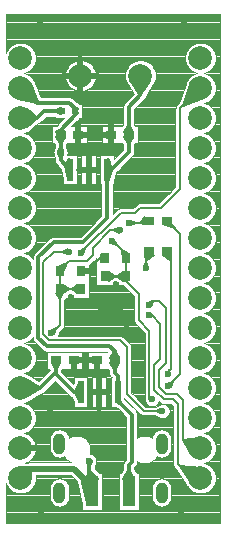
<source format=gbr>
G71*
G90*
G04 Quadcept GERBER*
%MOMM*%
%FSLAX44Y44*%
%ADD10C,0.1*%
%ADD11C,0.15*%
%ADD12C,0.2*%
%ADD13C,0.25*%
%ADD14C,0.3*%
%ADD15C,0.35*%
%ADD16C,0.5*%
%ADD17C,0.6*%
%ADD18C,2*%
%ADD19R,0.6X0.6*%
%ADD20O,1X1.8*%
%ADD21R,0.2X0.8*%
%ADD22R,0.53X1.9*%
%ADD23R,0.6X1.9*%
%ADD24R,0.8X0.9*%
%ADD25R,0.9X0.8*%
%ADD26R,1.1X2.5*%
G54D10*
G01X-43250Y-215500D02*
G01X-88500D01*
G01Y-182015D01*
G01X-88222Y-182780D01*
G01X-87742Y-183808D01*
G01X-87175Y-184792D01*
G01X-86523Y-185721D01*
G01X-85794Y-186591D01*
G01X-84991Y-187394D01*
G01X-84121Y-188123D01*
G01X-83192Y-188775D01*
G01X-82208Y-189342D01*
G01X-81180Y-189822D01*
G01X-80113Y-190210D01*
G01X-79016Y-190504D01*
G01X-77898Y-190701D01*
G01X-76768Y-190800D01*
G01X-75632D01*
G01X-74502Y-190701D01*
G01X-73384Y-190504D01*
G01X-72287Y-190210D01*
G01X-71220Y-189822D01*
G01X-70192Y-189342D01*
G01X-69208Y-188775D01*
G01X-68279Y-188123D01*
G01X-67409Y-187394D01*
G01X-66606Y-186591D01*
G01X-65877Y-185721D01*
G01X-65225Y-184792D01*
G01X-64658Y-183808D01*
G01X-64178Y-182780D01*
G01X-63790Y-181713D01*
G01X-63496Y-180616D01*
G01X-63299Y-179498D01*
G01X-63200Y-178368D01*
G01Y-177843D01*
G01X-63184Y-175500D01*
G01X-43250D01*
G01X-33278D01*
G01X-28192Y-180586D01*
G01X-24000Y-199599D01*
G01Y-204500D01*
G01X-18864D01*
G01X-18747Y-204515D01*
G01X-18383Y-204500D01*
G01X-7000D01*
G01Y-178522D01*
G01X-6984Y-178380D01*
G01X-7000Y-178107D01*
G01Y-173500D01*
G01X-9706D01*
G01X-13250Y-169758D01*
G01Y-168473D01*
G01X-12204Y-164550D01*
G01X-12137Y-164300D01*
G01X-12136Y-164297D01*
G01X-12096Y-164145D01*
G01X-12082Y-163992D01*
G01X-12046Y-163784D01*
G01X-12000Y-163262D01*
G01Y-162738D01*
G01X-12046Y-162216D01*
G01X-12137Y-161700D01*
G01X-12272Y-161194D01*
G01X-12451Y-160702D01*
G01X-12673Y-160227D01*
G01X-12935Y-159773D01*
G01X-13235Y-159344D01*
G01X-13572Y-158943D01*
G01X-13943Y-158572D01*
G01X-14344Y-158235D01*
G01X-14773Y-157935D01*
G01X-15227Y-157673D01*
G01X-15702Y-157451D01*
G01X-16194Y-157272D01*
G01X-16700Y-157137D01*
G01X-17216Y-157046D01*
G01X-17675Y-157006D01*
G01X-17418Y-156046D01*
G01X-17239Y-155035D01*
G01X-17150Y-154013D01*
G01Y-152987D01*
G01X-17239Y-151965D01*
G01X-17418Y-150954D01*
G01X-17683Y-149963D01*
G01X-18034Y-148999D01*
G01X-18468Y-148069D01*
G01X-18981Y-147181D01*
G01X-19569Y-146340D01*
G01X-20229Y-145554D01*
G01X-20954Y-144829D01*
G01X-21740Y-144169D01*
G01X-22581Y-143581D01*
G01X-23469Y-143068D01*
G01X-24399Y-142634D01*
G01X-25363Y-142283D01*
G01X-26354Y-142018D01*
G01X-27365Y-141839D01*
G01X-28387Y-141750D01*
G01X-29413D01*
G01X-30435Y-141839D01*
G01X-31446Y-142018D01*
G01X-32437Y-142283D01*
G01X-33401Y-142634D01*
G01X-34331Y-143068D01*
G01X-35219Y-143581D01*
G01X-35237Y-143593D01*
G01X-35443Y-142422D01*
G01X-35922Y-141106D01*
G01X-36622Y-139894D01*
G01X-37522Y-138822D01*
G01X-38594Y-137922D01*
G01X-39806Y-137222D01*
G01X-41122Y-136743D01*
G01X-42500Y-136500D01*
G01X-43250D01*
G01X-43900D01*
G01X-45278Y-136743D01*
G01X-46594Y-137222D01*
G01X-47806Y-137922D01*
G01X-48878Y-138822D01*
G01X-49778Y-139894D01*
G01X-50478Y-141106D01*
G01X-50957Y-142422D01*
G01X-51200Y-143800D01*
G01Y-153200D01*
G01X-50957Y-154578D01*
G01X-50478Y-155894D01*
G01X-49778Y-157106D01*
G01X-48878Y-158178D01*
G01X-47806Y-159078D01*
G01X-46594Y-159778D01*
G01X-45278Y-160257D01*
G01X-43900Y-160500D01*
G01X-43250D01*
G01X-42500D01*
G01X-41122Y-160257D01*
G01X-39806Y-159778D01*
G01X-39084Y-159361D01*
G01X-38819Y-159819D01*
G01X-38231Y-160660D01*
G01X-37571Y-161446D01*
G01X-36846Y-162171D01*
G01X-36060Y-162831D01*
G01X-35219Y-163419D01*
G01X-34331Y-163932D01*
G01X-33401Y-164366D01*
G01X-33032Y-164500D01*
G01X-43250D01*
G01X-68160D01*
G01X-68400Y-164479D01*
G01X-68640Y-164500D01*
G01X-68881D01*
G01X-69119Y-164542D01*
G01X-69359Y-164563D01*
G01X-69592Y-164625D01*
G01X-69829Y-164667D01*
G01X-70055Y-164750D01*
G01X-70091Y-164759D01*
G01X-72185Y-164773D01*
G01X-71220Y-164422D01*
G01X-70192Y-163942D01*
G01X-69208Y-163375D01*
G01X-68279Y-162723D01*
G01X-67409Y-161994D01*
G01X-66606Y-161191D01*
G01X-65877Y-160321D01*
G01X-65225Y-159392D01*
G01X-64658Y-158408D01*
G01X-64178Y-157380D01*
G01X-63790Y-156313D01*
G01X-63496Y-155216D01*
G01X-63299Y-154098D01*
G01X-63200Y-152968D01*
G01Y-151832D01*
G01X-63299Y-150702D01*
G01X-63496Y-149584D01*
G01X-63790Y-148487D01*
G01X-64178Y-147420D01*
G01X-64658Y-146392D01*
G01X-65225Y-145408D01*
G01X-65877Y-144479D01*
G01X-66606Y-143609D01*
G01X-67409Y-142806D01*
G01X-68279Y-142077D01*
G01X-69208Y-141425D01*
G01X-70192Y-140858D01*
G01X-71220Y-140378D01*
G01X-72287Y-139990D01*
G01X-73369Y-139700D01*
G01X-72287Y-139410D01*
G01X-71220Y-139022D01*
G01X-70192Y-138542D01*
G01X-69208Y-137975D01*
G01X-68279Y-137323D01*
G01X-67409Y-136594D01*
G01X-66606Y-135791D01*
G01X-65877Y-134921D01*
G01X-65225Y-133992D01*
G01X-64658Y-133008D01*
G01X-64178Y-131980D01*
G01X-63790Y-130913D01*
G01X-63496Y-129816D01*
G01X-63299Y-128698D01*
G01X-63200Y-127568D01*
G01Y-126432D01*
G01X-63299Y-125302D01*
G01X-63496Y-124184D01*
G01X-63790Y-123087D01*
G01X-64178Y-122020D01*
G01X-64658Y-120992D01*
G01X-65225Y-120008D01*
G01X-65877Y-119079D01*
G01X-66606Y-118209D01*
G01X-67409Y-117406D01*
G01X-68279Y-116677D01*
G01X-69208Y-116025D01*
G01X-70192Y-115458D01*
G01X-71220Y-114978D01*
G01X-72287Y-114590D01*
G01X-73369Y-114300D01*
G01X-72287Y-114010D01*
G01X-71220Y-113622D01*
G01X-70192Y-113142D01*
G01X-69792Y-112912D01*
G01X-69751Y-112895D01*
G01X-69547Y-112770D01*
G01X-69208Y-112575D01*
G01X-69064Y-112473D01*
G01X-61373Y-107750D01*
G01X-59056Y-106327D01*
G01X-58979Y-106314D01*
G01X-58772Y-106296D01*
G01X-58571Y-106242D01*
G01X-58366Y-106206D01*
G01X-58170Y-106134D01*
G01X-57969Y-106081D01*
G01X-57781Y-105993D01*
G01X-57585Y-105921D01*
G01X-57405Y-105817D01*
G01X-57216Y-105729D01*
G01X-57045Y-105610D01*
G01X-56865Y-105506D01*
G01X-56706Y-105372D01*
G01X-56535Y-105253D01*
G01X-56388Y-105105D01*
G01X-56228Y-104972D01*
G01X-56095Y-104812D01*
G01X-47000Y-95718D01*
G01X-43250Y-99468D01*
G01X-34968Y-107750D01*
G01X-34505Y-108212D01*
G01X-34372Y-108372D01*
G01X-34212Y-108505D01*
G01X-34065Y-108653D01*
G01X-33894Y-108772D01*
G01X-33735Y-108906D01*
G01X-33555Y-109010D01*
G01X-33384Y-109129D01*
G01X-33195Y-109217D01*
G01X-33015Y-109321D01*
G01X-32819Y-109393D01*
G01X-32686Y-109455D01*
G01X-30950Y-113687D01*
G01Y-117500D01*
G01X-26519D01*
G01X-26424Y-117513D01*
G01X-26104Y-117500D01*
G01X-19650D01*
G01Y-107750D01*
G01Y-92500D01*
G01X-26104D01*
G01X-26424Y-92487D01*
G01X-26519Y-92500D01*
G01X-30950D01*
G01Y-96313D01*
G01X-31537Y-97745D01*
G01X-41550Y-87732D01*
G01Y-86314D01*
G01X-40797Y-85000D01*
G01X-38800D01*
G01X-23800D01*
G01Y-71000D01*
G01X-38800D01*
G01X-43250D01*
G01X-53800D01*
G01Y-80242D01*
G01X-53801Y-80650D01*
G01X-53800Y-80658D01*
G01Y-85000D01*
G01X-51803D01*
G01X-51050Y-86314D01*
G01Y-86332D01*
G01X-60626Y-95909D01*
G01X-69064Y-90727D01*
G01X-69208Y-90625D01*
G01X-69547Y-90430D01*
G01X-69751Y-90305D01*
G01X-69792Y-90288D01*
G01X-70192Y-90058D01*
G01X-71220Y-89578D01*
G01X-72287Y-89190D01*
G01X-73369Y-88900D01*
G01X-72287Y-88610D01*
G01X-71220Y-88222D01*
G01X-70192Y-87742D01*
G01X-69208Y-87175D01*
G01X-68279Y-86523D01*
G01X-67409Y-85794D01*
G01X-66606Y-84991D01*
G01X-65877Y-84121D01*
G01X-65225Y-83192D01*
G01X-64658Y-82208D01*
G01X-64178Y-81180D01*
G01X-63790Y-80113D01*
G01X-63496Y-79016D01*
G01X-63299Y-77898D01*
G01X-63200Y-76768D01*
G01Y-75632D01*
G01X-63299Y-74502D01*
G01X-63496Y-73384D01*
G01X-63790Y-72287D01*
G01X-64178Y-71220D01*
G01X-64658Y-70192D01*
G01X-65225Y-69208D01*
G01X-65877Y-68279D01*
G01X-66606Y-67409D01*
G01X-67409Y-66606D01*
G01X-68279Y-65877D01*
G01X-69208Y-65225D01*
G01X-70192Y-64658D01*
G01X-71220Y-64178D01*
G01X-72287Y-63790D01*
G01X-73369Y-63500D01*
G01X-72287Y-63210D01*
G01X-71220Y-62822D01*
G01X-70192Y-62342D01*
G01X-69208Y-61775D01*
G01X-68279Y-61123D01*
G01X-67409Y-60394D01*
G01X-66606Y-59591D01*
G01X-65877Y-58721D01*
G01X-65750Y-58541D01*
G01Y-58793D01*
G01X-65768Y-59000D01*
G01X-65750Y-59207D01*
G01Y-59416D01*
G01X-65714Y-59621D01*
G01X-65696Y-59828D01*
G01X-65642Y-60029D01*
G01X-65606Y-60234D01*
G01X-65534Y-60430D01*
G01X-65481Y-60631D01*
G01X-65393Y-60819D01*
G01X-65321Y-61015D01*
G01X-65217Y-61195D01*
G01X-65129Y-61384D01*
G01X-65010Y-61555D01*
G01X-64906Y-61735D01*
G01X-64772Y-61894D01*
G01X-64653Y-62065D01*
G01X-64505Y-62212D01*
G01X-64372Y-62372D01*
G01X-64212Y-62505D01*
G01X-57505Y-69212D01*
G01X-57372Y-69372D01*
G01X-57212Y-69505D01*
G01X-57065Y-69653D01*
G01X-56894Y-69772D01*
G01X-56735Y-69906D01*
G01X-56555Y-70010D01*
G01X-56384Y-70129D01*
G01X-56195Y-70217D01*
G01X-56015Y-70321D01*
G01X-55819Y-70393D01*
G01X-55631Y-70481D01*
G01X-55430Y-70534D01*
G01X-55234Y-70606D01*
G01X-55029Y-70642D01*
G01X-54828Y-70696D01*
G01X-54621Y-70714D01*
G01X-54416Y-70750D01*
G01X-54207D01*
G01X-54000Y-70768D01*
G01X-53793Y-70750D01*
G01X-43250D01*
G01X-2968D01*
G01X-2718Y-71000D01*
G01X-4000D01*
G01X-19000D01*
G01Y-85000D01*
G01X-4000D01*
G01X-2003D01*
G01X-1250Y-86314D01*
G01Y-88193D01*
G01X-1268Y-88400D01*
G01X-1250Y-88607D01*
G01Y-88816D01*
G01X-1214Y-89021D01*
G01X-1196Y-89228D01*
G01X-1142Y-89429D01*
G01X-1106Y-89634D01*
G01X-1034Y-89830D01*
G01X-0981Y-90031D01*
G01X-0893Y-90219D01*
G01X-0821Y-90415D01*
G01X-0717Y-90595D01*
G01X-0629Y-90784D01*
G01X-0510Y-90955D01*
G01X-0406Y-91135D01*
G01X-0272Y-91294D01*
G01X-0153Y-91465D01*
G01X-0005Y-91612D01*
G01X0128Y-91772D01*
G01X0288Y-91905D01*
G01X0882Y-92500D01*
G01X0450D01*
G01Y-97009D01*
G01X0432Y-97183D01*
G01X0450Y-97424D01*
G01Y-107750D01*
G01Y-112724D01*
G01X0446Y-113114D01*
G01X0450Y-113140D01*
G01Y-117500D01*
G01X2000D01*
G01X3899D01*
G01X6063Y-118781D01*
G01X13250Y-125968D01*
G01Y-162032D01*
G01X12288Y-162995D01*
G01X12128Y-163128D01*
G01X11995Y-163288D01*
G01X11847Y-163435D01*
G01X11728Y-163606D01*
G01X11594Y-163765D01*
G01X11490Y-163945D01*
G01X11371Y-164116D01*
G01X11283Y-164305D01*
G01X11179Y-164485D01*
G01X11107Y-164681D01*
G01X11019Y-164869D01*
G01X10966Y-165070D01*
G01X10894Y-165266D01*
G01X10858Y-165471D01*
G01X10804Y-165672D01*
G01X10786Y-165879D01*
G01X10750Y-166084D01*
G01Y-166293D01*
G01X10732Y-166500D01*
G01X10750Y-166707D01*
G01Y-170395D01*
G01X8986Y-173500D01*
G01X7000D01*
G01Y-177851D01*
G01X6997Y-177867D01*
G01X7000Y-178266D01*
G01Y-204500D01*
G01X24000D01*
G01Y-178266D01*
G01X24003Y-177867D01*
G01X24000Y-177851D01*
G01Y-173500D01*
G01X22014D01*
G01X20250Y-170395D01*
G01Y-168468D01*
G01X21212Y-167505D01*
G01X21372Y-167372D01*
G01X21505Y-167212D01*
G01X21653Y-167065D01*
G01X21772Y-166894D01*
G01X21906Y-166735D01*
G01X22010Y-166555D01*
G01X22129Y-166384D01*
G01X22217Y-166195D01*
G01X22321Y-166015D01*
G01X22393Y-165819D01*
G01X22481Y-165631D01*
G01X22534Y-165430D01*
G01X22606Y-165234D01*
G01X22642Y-165029D01*
G01X22696Y-164828D01*
G01X22714Y-164621D01*
G01X22750Y-164416D01*
G01Y-164207D01*
G01X22768Y-164000D01*
G01X22750Y-163793D01*
G01Y-163517D01*
G01X23469Y-163932D01*
G01X24399Y-164366D01*
G01X25363Y-164717D01*
G01X26354Y-164982D01*
G01X27365Y-165161D01*
G01X28387Y-165250D01*
G01X29413D01*
G01X30435Y-165161D01*
G01X31446Y-164982D01*
G01X32437Y-164717D01*
G01X33401Y-164366D01*
G01X34331Y-163932D01*
G01X35219Y-163419D01*
G01X36060Y-162831D01*
G01X36846Y-162171D01*
G01X37571Y-161446D01*
G01X38231Y-160660D01*
G01X38819Y-159819D01*
G01X39084Y-159361D01*
G01X39806Y-159778D01*
G01X41122Y-160257D01*
G01X42500Y-160500D01*
G01X43900D01*
G01X45278Y-160257D01*
G01X46594Y-159778D01*
G01X47250Y-159399D01*
G01X47806Y-159078D01*
G01X48878Y-158178D01*
G01X49778Y-157106D01*
G01X50478Y-155894D01*
G01X50957Y-154578D01*
G01X51200Y-153200D01*
G01Y-143800D01*
G01X50957Y-142422D01*
G01X50478Y-141106D01*
G01X49778Y-139894D01*
G01X48878Y-138822D01*
G01X47806Y-137922D01*
G01X47250Y-137601D01*
G01X46594Y-137222D01*
G01X45278Y-136743D01*
G01X43900Y-136500D01*
G01X42500D01*
G01X41122Y-136743D01*
G01X39806Y-137222D01*
G01X38594Y-137922D01*
G01X37522Y-138822D01*
G01X36622Y-139894D01*
G01X35922Y-141106D01*
G01X35443Y-142422D01*
G01X35237Y-143593D01*
G01X35219Y-143581D01*
G01X34331Y-143068D01*
G01X33401Y-142634D01*
G01X32437Y-142283D01*
G01X31446Y-142018D01*
G01X30435Y-141839D01*
G01X29413Y-141750D01*
G01X28387D01*
G01X27365Y-141839D01*
G01X26354Y-142018D01*
G01X25363Y-142283D01*
G01X24399Y-142634D01*
G01X23469Y-143068D01*
G01X22750Y-143483D01*
G01Y-124207D01*
G01X22768Y-124000D01*
G01X22750Y-123793D01*
G01Y-123584D01*
G01X22714Y-123379D01*
G01X22696Y-123172D01*
G01X22642Y-122971D01*
G01X22606Y-122766D01*
G01X22534Y-122570D01*
G01X22481Y-122369D01*
G01X22393Y-122181D01*
G01X22321Y-121985D01*
G01X22217Y-121805D01*
G01X22129Y-121616D01*
G01X22010Y-121445D01*
G01X21906Y-121265D01*
G01X21772Y-121106D01*
G01X21653Y-120935D01*
G01X21505Y-120788D01*
G01X21372Y-120628D01*
G01X21212Y-120495D01*
G01X12522Y-111805D01*
G01X12407Y-111664D01*
G01X12335Y-111603D01*
G01X11750Y-110944D01*
G01Y-110053D01*
G01X25233Y-123536D01*
G01X25338Y-123662D01*
G01X25464Y-123767D01*
G01X25580Y-123884D01*
G01X25715Y-123978D01*
G01X25841Y-124084D01*
G01X25983Y-124166D01*
G01X26118Y-124260D01*
G01X26267Y-124329D01*
G01X26409Y-124412D01*
G01X26564Y-124468D01*
G01X26713Y-124537D01*
G01X26871Y-124580D01*
G01X27026Y-124636D01*
G01X27188Y-124665D01*
G01X27346Y-124707D01*
G01X27510Y-124721D01*
G01X27672Y-124750D01*
G01X27836D01*
G01X28000Y-124764D01*
G01X28164Y-124750D01*
G01X37400D01*
G01X41577Y-126491D01*
G01X41702Y-126549D01*
G01X41819Y-126591D01*
G01X41995Y-126665D01*
G01X42061Y-126679D01*
G01X42194Y-126728D01*
G01X42700Y-126863D01*
G01X43216Y-126954D01*
G01X43738Y-127000D01*
G01X44262D01*
G01X44784Y-126954D01*
G01X45300Y-126863D01*
G01X45806Y-126728D01*
G01X46298Y-126549D01*
G01X46773Y-126327D01*
G01X47227Y-126065D01*
G01X47250Y-126049D01*
G01X47656Y-125765D01*
G01X48057Y-125428D01*
G01X48428Y-125057D01*
G01X48765Y-124656D01*
G01X49065Y-124227D01*
G01X49327Y-123773D01*
G01X49549Y-123298D01*
G01X49728Y-122806D01*
G01X49863Y-122300D01*
G01X49954Y-121784D01*
G01X50000Y-121262D01*
G01Y-120738D01*
G01X49954Y-120216D01*
G01X49863Y-119700D01*
G01X49728Y-119194D01*
G01X49549Y-118702D01*
G01X49327Y-118227D01*
G01X49065Y-117773D01*
G01X48765Y-117344D01*
G01X48428Y-116943D01*
G01X48057Y-116572D01*
G01X47656Y-116235D01*
G01X47250Y-115951D01*
G01X47227Y-115935D01*
G01X46773Y-115673D01*
G01X46298Y-115451D01*
G01X45806Y-115272D01*
G01X45300Y-115137D01*
G01X44784Y-115046D01*
G01X44262Y-115000D01*
G01X43738D01*
G01X43216Y-115046D01*
G01X42700Y-115137D01*
G01X42194Y-115272D01*
G01X42061Y-115321D01*
G01X41995Y-115335D01*
G01X41819Y-115409D01*
G01X41702Y-115451D01*
G01X41577Y-115509D01*
G01X37400Y-117250D01*
G01X29553D01*
G01X20053Y-107750D01*
G01X17750Y-105447D01*
G01Y-67164D01*
G01X17764Y-67000D01*
G01X17750Y-66836D01*
G01Y-66672D01*
G01X17721Y-66510D01*
G01X17707Y-66346D01*
G01X17665Y-66188D01*
G01X17636Y-66026D01*
G01X17580Y-65871D01*
G01X17537Y-65713D01*
G01X17468Y-65564D01*
G01X17412Y-65409D01*
G01X17329Y-65267D01*
G01X17260Y-65118D01*
G01X17166Y-64983D01*
G01X17084Y-64841D01*
G01X16978Y-64715D01*
G01X16884Y-64580D01*
G01X16767Y-64464D01*
G01X16662Y-64338D01*
G01X16536Y-64233D01*
G01X10767Y-58464D01*
G01X10662Y-58338D01*
G01X10536Y-58233D01*
G01X10420Y-58116D01*
G01X10285Y-58022D01*
G01X10159Y-57916D01*
G01X10017Y-57834D01*
G01X9882Y-57740D01*
G01X9733Y-57671D01*
G01X9591Y-57588D01*
G01X9436Y-57532D01*
G01X9287Y-57463D01*
G01X9129Y-57420D01*
G01X8974Y-57364D01*
G01X8812Y-57335D01*
G01X8654Y-57293D01*
G01X8490Y-57279D01*
G01X8328Y-57250D01*
G01X8164D01*
G01X8000Y-57236D01*
G01X7836Y-57250D01*
G01X2000D01*
G01X-43250D01*
G01X-44434D01*
G01X-43250Y-54601D01*
G01X-42689Y-53346D01*
G01X-40295Y-50952D01*
G01X-40161Y-50839D01*
G01X-40048Y-50705D01*
G01X-39924Y-50581D01*
G01X-39824Y-50437D01*
G01X-39711Y-50303D01*
G01X-39623Y-50151D01*
G01X-39523Y-50008D01*
G01X-39449Y-49849D01*
G01X-39361Y-49697D01*
G01X-39301Y-49532D01*
G01X-39227Y-49373D01*
G01X-39181Y-49204D01*
G01X-39122Y-49039D01*
G01X-39091Y-48867D01*
G01X-39046Y-48697D01*
G01X-39030Y-48523D01*
G01X-39000Y-48350D01*
G01Y-48175D01*
G01X-38985Y-48000D01*
G01X-39000Y-47825D01*
G01Y-26947D01*
G01X-37783Y-25000D01*
G01X-36000D01*
G01Y-23034D01*
G01X-34000Y-21575D01*
G01X-32000Y-23034D01*
G01Y-25000D01*
G01X-28213D01*
G01X-28077Y-25015D01*
G01X-27864Y-25000D01*
G01X-18000D01*
G01Y-10000D01*
G01Y0000D01*
G01Y2519D01*
G01X-17992Y2523D01*
G01X-17849Y2623D01*
G01X-17697Y2711D01*
G01X-17563Y2824D01*
G01X-17419Y2924D01*
G01X-17295Y3048D01*
G01X-17161Y3161D01*
G01X-17048Y3295D01*
G01X-12295Y8048D01*
G01X-12161Y8161D01*
G01X-12048Y8295D01*
G01X-12000Y8343D01*
G01Y1000D01*
G01Y0000D01*
G01Y-14000D01*
G01X-2469D01*
G01X-2317Y-14016D01*
G01X-2098Y-14000D01*
G01X2000D01*
G01Y-12005D01*
G01X3853Y-10750D01*
G01X4147D01*
G01X6000Y-12005D01*
G01Y-14000D01*
G01X9413D01*
G01X10742Y-14399D01*
G01X20000Y-23657D01*
G01Y-43825D01*
G01X19985Y-44000D01*
G01X20000Y-44175D01*
G01Y-44350D01*
G01X20030Y-44523D01*
G01X20046Y-44697D01*
G01X20091Y-44867D01*
G01X20122Y-45039D01*
G01X20181Y-45204D01*
G01X20227Y-45373D01*
G01X20301Y-45532D01*
G01X20361Y-45697D01*
G01X20449Y-45849D01*
G01X20523Y-46008D01*
G01X20623Y-46151D01*
G01X20711Y-46303D01*
G01X20824Y-46437D01*
G01X20924Y-46581D01*
G01X21048Y-46705D01*
G01X21161Y-46839D01*
G01X21295Y-46952D01*
G01X29000Y-54657D01*
G01Y-107750D01*
G01Y-108825D01*
G01X28985Y-109000D01*
G01X29000Y-109175D01*
G01Y-109350D01*
G01X29030Y-109523D01*
G01X29039Y-109624D01*
G01X29008Y-110646D01*
G01X29000Y-110738D01*
G01Y-110908D01*
G01X28992Y-111166D01*
G01X29000Y-111221D01*
G01Y-111262D01*
G01X29046Y-111784D01*
G01X29137Y-112300D01*
G01X29272Y-112806D01*
G01X29451Y-113298D01*
G01X29673Y-113773D01*
G01X29935Y-114227D01*
G01X30235Y-114656D01*
G01X30572Y-115057D01*
G01X30943Y-115428D01*
G01X31344Y-115765D01*
G01X31773Y-116065D01*
G01X32227Y-116327D01*
G01X32702Y-116549D01*
G01X33194Y-116728D01*
G01X33700Y-116863D01*
G01X34216Y-116954D01*
G01X34738Y-117000D01*
G01X35262D01*
G01X35784Y-116954D01*
G01X36300Y-116863D01*
G01X36806Y-116728D01*
G01X37298Y-116549D01*
G01X37773Y-116327D01*
G01X38227Y-116065D01*
G01X38656Y-115765D01*
G01X39057Y-115428D01*
G01X39428Y-115057D01*
G01X39765Y-114656D01*
G01X40065Y-114227D01*
G01X40327Y-113773D01*
G01X40549Y-113298D01*
G01X40728Y-112806D01*
G01X40817Y-112474D01*
G01X42048Y-113705D01*
G01X42161Y-113839D01*
G01X42295Y-113952D01*
G01X42419Y-114076D01*
G01X42563Y-114176D01*
G01X42697Y-114289D01*
G01X42849Y-114377D01*
G01X42992Y-114477D01*
G01X43151Y-114551D01*
G01X43303Y-114639D01*
G01X43468Y-114699D01*
G01X43627Y-114773D01*
G01X43796Y-114819D01*
G01X43961Y-114878D01*
G01X44133Y-114909D01*
G01X44303Y-114954D01*
G01X44477Y-114970D01*
G01X44650Y-115000D01*
G01X44825D01*
G01X45000Y-115015D01*
G01X45175Y-115000D01*
G01X47250D01*
G01X51343D01*
G01X53000Y-116657D01*
G01Y-165825D01*
G01X52985Y-166000D01*
G01X53000Y-166175D01*
G01Y-166350D01*
G01X53030Y-166523D01*
G01X53046Y-166697D01*
G01X53091Y-166867D01*
G01X53122Y-167039D01*
G01X53181Y-167204D01*
G01X53227Y-167373D01*
G01X53301Y-167532D01*
G01X53361Y-167697D01*
G01X53449Y-167849D01*
G01X53523Y-168008D01*
G01X53623Y-168151D01*
G01X53711Y-168303D01*
G01X53824Y-168437D01*
G01X53924Y-168581D01*
G01X54048Y-168705D01*
G01X54161Y-168839D01*
G01X54295Y-168952D01*
G01X55722Y-170379D01*
G01X65137Y-184638D01*
G01X65225Y-184792D01*
G01X65449Y-185111D01*
G01X65544Y-185255D01*
G01X65566Y-185278D01*
G01X65877Y-185721D01*
G01X66606Y-186591D01*
G01X67409Y-187394D01*
G01X68279Y-188123D01*
G01X69208Y-188775D01*
G01X70192Y-189342D01*
G01X71220Y-189822D01*
G01X72287Y-190210D01*
G01X73384Y-190504D01*
G01X74502Y-190701D01*
G01X75632Y-190800D01*
G01X76768D01*
G01X77898Y-190701D01*
G01X79016Y-190504D01*
G01X80113Y-190210D01*
G01X81180Y-189822D01*
G01X82208Y-189342D01*
G01X83192Y-188775D01*
G01X84121Y-188123D01*
G01X84991Y-187394D01*
G01X85794Y-186591D01*
G01X86523Y-185721D01*
G01X87175Y-184792D01*
G01X87742Y-183808D01*
G01X88222Y-182780D01*
G01X88610Y-181713D01*
G01X88904Y-180616D01*
G01X89101Y-179498D01*
G01X89200Y-178368D01*
G01Y-177232D01*
G01X89101Y-176102D01*
G01X88904Y-174984D01*
G01X88610Y-173887D01*
G01X88222Y-172820D01*
G01X87742Y-171792D01*
G01X87175Y-170808D01*
G01X86523Y-169879D01*
G01X85794Y-169009D01*
G01X84991Y-168206D01*
G01X84121Y-167477D01*
G01X83192Y-166825D01*
G01X82208Y-166258D01*
G01X81180Y-165778D01*
G01X80113Y-165390D01*
G01X79031Y-165100D01*
G01X80113Y-164810D01*
G01X81180Y-164422D01*
G01X82208Y-163942D01*
G01X83192Y-163375D01*
G01X84121Y-162723D01*
G01X84991Y-161994D01*
G01X85794Y-161191D01*
G01X86523Y-160321D01*
G01X87175Y-159392D01*
G01X87742Y-158408D01*
G01X88222Y-157380D01*
G01X88610Y-156313D01*
G01X88904Y-155216D01*
G01X89101Y-154098D01*
G01X89200Y-152968D01*
G01Y-151832D01*
G01X89101Y-150702D01*
G01X88904Y-149584D01*
G01X88610Y-148487D01*
G01X88222Y-147420D01*
G01X87742Y-146392D01*
G01X87175Y-145408D01*
G01X86523Y-144479D01*
G01X85794Y-143609D01*
G01X84991Y-142806D01*
G01X84121Y-142077D01*
G01X83192Y-141425D01*
G01X82208Y-140858D01*
G01X81180Y-140378D01*
G01X80113Y-139990D01*
G01X79031Y-139700D01*
G01X80113Y-139410D01*
G01X81180Y-139022D01*
G01X82208Y-138542D01*
G01X83192Y-137975D01*
G01X84121Y-137323D01*
G01X84991Y-136594D01*
G01X85794Y-135791D01*
G01X86523Y-134921D01*
G01X87175Y-133992D01*
G01X87742Y-133008D01*
G01X88222Y-131980D01*
G01X88610Y-130913D01*
G01X88904Y-129816D01*
G01X89101Y-128698D01*
G01X89200Y-127568D01*
G01Y-126432D01*
G01X89101Y-125302D01*
G01X88904Y-124184D01*
G01X88610Y-123087D01*
G01X88222Y-122020D01*
G01X87742Y-120992D01*
G01X87175Y-120008D01*
G01X86523Y-119079D01*
G01X85794Y-118209D01*
G01X84991Y-117406D01*
G01X84121Y-116677D01*
G01X83192Y-116025D01*
G01X82208Y-115458D01*
G01X81180Y-114978D01*
G01X80113Y-114590D01*
G01X79031Y-114300D01*
G01X80113Y-114010D01*
G01X81180Y-113622D01*
G01X82208Y-113142D01*
G01X83192Y-112575D01*
G01X84121Y-111923D01*
G01X84991Y-111194D01*
G01X85794Y-110391D01*
G01X86523Y-109521D01*
G01X87175Y-108592D01*
G01X87660Y-107750D01*
G01X87742Y-107608D01*
G01X88222Y-106580D01*
G01X88610Y-105513D01*
G01X88904Y-104416D01*
G01X89101Y-103298D01*
G01X89200Y-102168D01*
G01Y-101032D01*
G01X89101Y-99902D01*
G01X88904Y-98784D01*
G01X88610Y-97687D01*
G01X88222Y-96620D01*
G01X87742Y-95592D01*
G01X87175Y-94608D01*
G01X86523Y-93679D01*
G01X85794Y-92809D01*
G01X84991Y-92006D01*
G01X84121Y-91277D01*
G01X83192Y-90625D01*
G01X82208Y-90058D01*
G01X81180Y-89578D01*
G01X80113Y-89190D01*
G01X79031Y-88900D01*
G01X80113Y-88610D01*
G01X81180Y-88222D01*
G01X82208Y-87742D01*
G01X83192Y-87175D01*
G01X84121Y-86523D01*
G01X84991Y-85794D01*
G01X85794Y-84991D01*
G01X86523Y-84121D01*
G01X87175Y-83192D01*
G01X87742Y-82208D01*
G01X88222Y-81180D01*
G01X88610Y-80113D01*
G01X88904Y-79016D01*
G01X89101Y-77898D01*
G01X89200Y-76768D01*
G01Y-75632D01*
G01X89101Y-74502D01*
G01X88904Y-73384D01*
G01X88610Y-72287D01*
G01X88222Y-71220D01*
G01X87742Y-70192D01*
G01X87175Y-69208D01*
G01X86523Y-68279D01*
G01X85794Y-67409D01*
G01X84991Y-66606D01*
G01X84121Y-65877D01*
G01X83192Y-65225D01*
G01X82208Y-64658D01*
G01X81180Y-64178D01*
G01X80113Y-63790D01*
G01X79031Y-63500D01*
G01X80113Y-63210D01*
G01X81180Y-62822D01*
G01X82208Y-62342D01*
G01X83192Y-61775D01*
G01X84121Y-61123D01*
G01X84991Y-60394D01*
G01X85794Y-59591D01*
G01X86523Y-58721D01*
G01X87175Y-57792D01*
G01X87742Y-56808D01*
G01X88222Y-55780D01*
G01X88610Y-54713D01*
G01X88904Y-53616D01*
G01X89101Y-52498D01*
G01X89200Y-51368D01*
G01Y-50232D01*
G01X89101Y-49102D01*
G01X88904Y-47984D01*
G01X88610Y-46887D01*
G01X88222Y-45820D01*
G01X87742Y-44792D01*
G01X87175Y-43808D01*
G01X86523Y-42879D01*
G01X85794Y-42009D01*
G01X84991Y-41206D01*
G01X84121Y-40477D01*
G01X83192Y-39825D01*
G01X82208Y-39258D01*
G01X81180Y-38778D01*
G01X80113Y-38390D01*
G01X79031Y-38100D01*
G01X80113Y-37810D01*
G01X81180Y-37422D01*
G01X82208Y-36942D01*
G01X83192Y-36375D01*
G01X84121Y-35723D01*
G01X84991Y-34994D01*
G01X85794Y-34191D01*
G01X86523Y-33321D01*
G01X87175Y-32392D01*
G01X87742Y-31408D01*
G01X88222Y-30380D01*
G01X88610Y-29313D01*
G01X88904Y-28216D01*
G01X89101Y-27098D01*
G01X89200Y-25968D01*
G01Y-24832D01*
G01X89101Y-23702D01*
G01X88904Y-22584D01*
G01X88610Y-21487D01*
G01X88222Y-20420D01*
G01X87742Y-19392D01*
G01X87175Y-18408D01*
G01X86523Y-17479D01*
G01X85794Y-16609D01*
G01X84991Y-15806D01*
G01X84121Y-15077D01*
G01X83192Y-14425D01*
G01X82208Y-13858D01*
G01X81180Y-13378D01*
G01X80113Y-12990D01*
G01X79031Y-12700D01*
G01X80113Y-12410D01*
G01X81180Y-12022D01*
G01X82208Y-11542D01*
G01X83192Y-10975D01*
G01X84121Y-10323D01*
G01X84991Y-9594D01*
G01X85794Y-8791D01*
G01X86523Y-7921D01*
G01X87175Y-6992D01*
G01X87742Y-6008D01*
G01X88222Y-4980D01*
G01X88610Y-3913D01*
G01X88904Y-2816D01*
G01X89101Y-1698D01*
G01X89200Y-0568D01*
G01Y0000D01*
G01Y0568D01*
G01X89101Y1698D01*
G01X88904Y2816D01*
G01X88610Y3913D01*
G01X88222Y4980D01*
G01X87742Y6008D01*
G01X87175Y6992D01*
G01X86523Y7921D01*
G01X85794Y8791D01*
G01X84991Y9594D01*
G01X84121Y10323D01*
G01X83192Y10975D01*
G01X82208Y11542D01*
G01X81180Y12022D01*
G01X80113Y12410D01*
G01X79031Y12700D01*
G01X80113Y12990D01*
G01X81180Y13378D01*
G01X82208Y13858D01*
G01X83192Y14425D01*
G01X84121Y15077D01*
G01X84991Y15806D01*
G01X85794Y16609D01*
G01X86523Y17479D01*
G01X87175Y18408D01*
G01X87742Y19392D01*
G01X88222Y20420D01*
G01X88610Y21487D01*
G01X88904Y22584D01*
G01X89101Y23702D01*
G01X89200Y24832D01*
G01Y25968D01*
G01X89101Y27098D01*
G01X88904Y28216D01*
G01X88610Y29313D01*
G01X88222Y30380D01*
G01X87742Y31408D01*
G01X87175Y32392D01*
G01X86523Y33321D01*
G01X85794Y34191D01*
G01X84991Y34994D01*
G01X84121Y35723D01*
G01X83192Y36375D01*
G01X82208Y36942D01*
G01X81180Y37422D01*
G01X80113Y37810D01*
G01X79031Y38100D01*
G01X80113Y38390D01*
G01X81180Y38778D01*
G01X82208Y39258D01*
G01X83192Y39825D01*
G01X84121Y40477D01*
G01X84991Y41206D01*
G01X85794Y42009D01*
G01X86523Y42879D01*
G01X87175Y43808D01*
G01X87742Y44792D01*
G01X88222Y45820D01*
G01X88610Y46887D01*
G01X88904Y47984D01*
G01X89101Y49102D01*
G01X89200Y50232D01*
G01Y51368D01*
G01X89101Y52498D01*
G01X88904Y53616D01*
G01X88610Y54713D01*
G01X88222Y55780D01*
G01X87742Y56808D01*
G01X87175Y57792D01*
G01X86523Y58721D01*
G01X85794Y59591D01*
G01X84991Y60394D01*
G01X84121Y61123D01*
G01X83192Y61775D01*
G01X82208Y62342D01*
G01X81180Y62822D01*
G01X80113Y63210D01*
G01X79031Y63500D01*
G01X80113Y63790D01*
G01X81180Y64178D01*
G01X82208Y64658D01*
G01X83192Y65225D01*
G01X84121Y65877D01*
G01X84991Y66606D01*
G01X85794Y67409D01*
G01X86523Y68279D01*
G01X87175Y69208D01*
G01X87742Y70192D01*
G01X88222Y71220D01*
G01X88610Y72287D01*
G01X88904Y73384D01*
G01X89101Y74502D01*
G01X89200Y75632D01*
G01Y76768D01*
G01X89101Y77898D01*
G01X88904Y79016D01*
G01X88610Y80113D01*
G01X88222Y81180D01*
G01X87742Y82208D01*
G01X87175Y83192D01*
G01X86523Y84121D01*
G01X85794Y84991D01*
G01X84991Y85794D01*
G01X84121Y86523D01*
G01X83192Y87175D01*
G01X82208Y87742D01*
G01X81180Y88222D01*
G01X80113Y88610D01*
G01X79031Y88900D01*
G01X80113Y89190D01*
G01X81180Y89578D01*
G01X82208Y90058D01*
G01X83192Y90625D01*
G01X84121Y91277D01*
G01X84991Y92006D01*
G01X85794Y92809D01*
G01X86523Y93679D01*
G01X87175Y94608D01*
G01X87742Y95592D01*
G01X88222Y96620D01*
G01X88610Y97687D01*
G01X88904Y98784D01*
G01X89101Y99902D01*
G01X89200Y101032D01*
G01Y102168D01*
G01X89101Y103298D01*
G01X88904Y104416D01*
G01X88610Y105513D01*
G01X88222Y106580D01*
G01X87742Y107608D01*
G01X87660Y107750D01*
G01X87175Y108592D01*
G01X86523Y109521D01*
G01X85794Y110391D01*
G01X84991Y111194D01*
G01X84121Y111923D01*
G01X83192Y112575D01*
G01X82208Y113142D01*
G01X81180Y113622D01*
G01X80113Y114010D01*
G01X79031Y114300D01*
G01X80113Y114590D01*
G01X81180Y114978D01*
G01X82208Y115458D01*
G01X83192Y116025D01*
G01X84121Y116677D01*
G01X84991Y117406D01*
G01X85794Y118209D01*
G01X86523Y119079D01*
G01X87175Y120008D01*
G01X87742Y120992D01*
G01X88222Y122020D01*
G01X88610Y123087D01*
G01X88904Y124184D01*
G01X89101Y125302D01*
G01X89200Y126432D01*
G01Y127568D01*
G01X89101Y128698D01*
G01X88904Y129816D01*
G01X88610Y130913D01*
G01X88222Y131980D01*
G01X87742Y133008D01*
G01X87175Y133992D01*
G01X86523Y134921D01*
G01X85794Y135791D01*
G01X84991Y136594D01*
G01X84121Y137323D01*
G01X83192Y137975D01*
G01X82208Y138542D01*
G01X81180Y139022D01*
G01X80113Y139410D01*
G01X79179Y139660D01*
G01X80072Y139979D01*
G01X80113Y139990D01*
G01X80606Y140169D01*
G01X80895Y140273D01*
G01X80906Y140279D01*
G01X81180Y140378D01*
G01X82208Y140858D01*
G01X83192Y141425D01*
G01X84121Y142077D01*
G01X84991Y142806D01*
G01X85794Y143609D01*
G01X86523Y144479D01*
G01X87175Y145408D01*
G01X87742Y146392D01*
G01X88222Y147420D01*
G01X88610Y148487D01*
G01X88904Y149584D01*
G01X89101Y150702D01*
G01X89200Y151832D01*
G01Y152968D01*
G01X89101Y154098D01*
G01X88904Y155216D01*
G01X88610Y156313D01*
G01X88222Y157380D01*
G01X87742Y158408D01*
G01X87175Y159392D01*
G01X86523Y160321D01*
G01X85794Y161191D01*
G01X84991Y161994D01*
G01X84121Y162723D01*
G01X83192Y163375D01*
G01X82208Y163942D01*
G01X81180Y164422D01*
G01X80113Y164810D01*
G01X79031Y165100D01*
G01X80113Y165390D01*
G01X81180Y165778D01*
G01X82208Y166258D01*
G01X83192Y166825D01*
G01X84121Y167477D01*
G01X84991Y168206D01*
G01X85794Y169009D01*
G01X86523Y169879D01*
G01X87175Y170808D01*
G01X87742Y171792D01*
G01X88222Y172820D01*
G01X88610Y173887D01*
G01X88904Y174984D01*
G01X89101Y176102D01*
G01X89200Y177232D01*
G01Y178368D01*
G01X89101Y179498D01*
G01X88904Y180616D01*
G01X88610Y181713D01*
G01X88222Y182780D01*
G01X87742Y183808D01*
G01X87175Y184792D01*
G01X86523Y185721D01*
G01X85794Y186591D01*
G01X84991Y187394D01*
G01X84121Y188123D01*
G01X83192Y188775D01*
G01X82208Y189342D01*
G01X81180Y189822D01*
G01X80113Y190210D01*
G01X79016Y190504D01*
G01X77898Y190701D01*
G01X76768Y190800D01*
G01X75632D01*
G01X74502Y190701D01*
G01X73384Y190504D01*
G01X72287Y190210D01*
G01X71220Y189822D01*
G01X70192Y189342D01*
G01X69208Y188775D01*
G01X68279Y188123D01*
G01X67409Y187394D01*
G01X66606Y186591D01*
G01X65877Y185721D01*
G01X65225Y184792D01*
G01X64658Y183808D01*
G01X64178Y182780D01*
G01X63790Y181713D01*
G01X63496Y180616D01*
G01X63299Y179498D01*
G01X63200Y178368D01*
G01Y177232D01*
G01X63299Y176102D01*
G01X63496Y174984D01*
G01X63790Y173887D01*
G01X64178Y172820D01*
G01X64658Y171792D01*
G01X65225Y170808D01*
G01X65877Y169879D01*
G01X66606Y169009D01*
G01X67409Y168206D01*
G01X68279Y167477D01*
G01X69208Y166825D01*
G01X70192Y166258D01*
G01X71220Y165778D01*
G01X72287Y165390D01*
G01X73369Y165100D01*
G01X72287Y164810D01*
G01X71220Y164422D01*
G01X70192Y163942D01*
G01X69208Y163375D01*
G01X68279Y162723D01*
G01X67409Y161994D01*
G01X66606Y161191D01*
G01X65877Y160321D01*
G01X65225Y159392D01*
G01X64658Y158408D01*
G01X64178Y157380D01*
G01X64079Y157106D01*
G01X64073Y157095D01*
G01X63969Y156806D01*
G01X63790Y156313D01*
G01X63779Y156272D01*
G01X57886Y139742D01*
G01X56295Y138152D01*
G01X56161Y138039D01*
G01X56048Y137905D01*
G01X55924Y137781D01*
G01X55824Y137637D01*
G01X55711Y137503D01*
G01X55623Y137351D01*
G01X55523Y137208D01*
G01X55449Y137049D01*
G01X55361Y136897D01*
G01X55301Y136732D01*
G01X55227Y136573D01*
G01X55181Y136404D01*
G01X55122Y136239D01*
G01X55091Y136067D01*
G01X55046Y135897D01*
G01X55030Y135723D01*
G01X55000Y135550D01*
G01Y135375D01*
G01X54985Y135200D01*
G01X55000Y135025D01*
G01Y107750D01*
G01Y68657D01*
G01X47250Y60907D01*
G01X41343Y55000D01*
G01X25175D01*
G01X25000Y55015D01*
G01X24825Y55000D01*
G01X24650D01*
G01X24477Y54970D01*
G01X24303Y54954D01*
G01X24133Y54909D01*
G01X23961Y54878D01*
G01X23796Y54819D01*
G01X23627Y54773D01*
G01X23468Y54699D01*
G01X23303Y54639D01*
G01X23151Y54551D01*
G01X22992Y54477D01*
G01X22849Y54377D01*
G01X22697Y54289D01*
G01X22563Y54176D01*
G01X22419Y54076D01*
G01X22295Y53952D01*
G01X22161Y53839D01*
G01X22048Y53705D01*
G01X19343Y51000D01*
G01X9175D01*
G01X9000Y51015D01*
G01X8825Y51000D01*
G01X8650D01*
G01X8477Y50970D01*
G01X8303Y50954D01*
G01X8133Y50909D01*
G01X7961Y50878D01*
G01X7796Y50819D01*
G01X7627Y50773D01*
G01X7468Y50699D01*
G01X7303Y50639D01*
G01X7151Y50551D01*
G01X6992Y50477D01*
G01X6849Y50377D01*
G01X6697Y50289D01*
G01X6563Y50176D01*
G01X6419Y50076D01*
G01X6295Y49952D01*
G01X6161Y49839D01*
G01X6048Y49705D01*
G01X2000Y45657D01*
G01X1850Y45507D01*
G01Y70900D01*
G01X2000D01*
G01X2750D01*
G01Y75000D01*
G01X4308Y80590D01*
G01X18612Y94895D01*
G01X18772Y95028D01*
G01X18905Y95188D01*
G01X19053Y95335D01*
G01X19172Y95506D01*
G01X19306Y95665D01*
G01X19410Y95845D01*
G01X19529Y96016D01*
G01X19617Y96205D01*
G01X19721Y96385D01*
G01X19793Y96581D01*
G01X19881Y96769D01*
G01X19934Y96970D01*
G01X20006Y97166D01*
G01X20042Y97371D01*
G01X20096Y97572D01*
G01X20114Y97779D01*
G01X20150Y97984D01*
G01Y98193D01*
G01X20168Y98400D01*
G01X20150Y98607D01*
G01Y104686D01*
G01X20903Y106000D01*
G01X22900D01*
G01Y107750D01*
G01Y110342D01*
G01X22901Y110350D01*
G01X22900Y110758D01*
G01Y115242D01*
G01X22901Y115650D01*
G01X22900Y115658D01*
G01Y120000D01*
G01X20903D01*
G01X20150Y121314D01*
G01Y134432D01*
G01X28612Y142895D01*
G01X28772Y143028D01*
G01X28905Y143188D01*
G01X29053Y143335D01*
G01X29172Y143506D01*
G01X29306Y143665D01*
G01X29410Y143845D01*
G01X29529Y144016D01*
G01X29617Y144205D01*
G01X29721Y144385D01*
G01X29793Y144581D01*
G01X29881Y144769D01*
G01X29934Y144970D01*
G01X30006Y145166D01*
G01X30042Y145371D01*
G01X30096Y145572D01*
G01X30114Y145779D01*
G01X30127Y145856D01*
G01X36273Y155864D01*
G01X36375Y156008D01*
G01X36570Y156347D01*
G01X36695Y156551D01*
G01X36712Y156592D01*
G01X36942Y156992D01*
G01X37422Y158020D01*
G01X37810Y159087D01*
G01X38104Y160184D01*
G01X38301Y161302D01*
G01X38400Y162432D01*
G01Y163568D01*
G01X38301Y164698D01*
G01X38104Y165816D01*
G01X37810Y166913D01*
G01X37422Y167980D01*
G01X36942Y169008D01*
G01X36375Y169992D01*
G01X35723Y170921D01*
G01X34994Y171791D01*
G01X34191Y172594D01*
G01X33321Y173323D01*
G01X32392Y173975D01*
G01X31408Y174542D01*
G01X30380Y175022D01*
G01X29313Y175410D01*
G01X28216Y175704D01*
G01X27098Y175901D01*
G01X25968Y176000D01*
G01X24832D01*
G01X23702Y175901D01*
G01X22584Y175704D01*
G01X21487Y175410D01*
G01X20420Y175022D01*
G01X19392Y174542D01*
G01X18408Y173975D01*
G01X17479Y173323D01*
G01X16609Y172594D01*
G01X15806Y171791D01*
G01X15077Y170921D01*
G01X14425Y169992D01*
G01X13858Y169008D01*
G01X13378Y167980D01*
G01X12990Y166913D01*
G01X12696Y165816D01*
G01X12499Y164698D01*
G01X12400Y163568D01*
G01Y162432D01*
G01X12499Y161302D01*
G01X12696Y160184D01*
G01X12990Y159087D01*
G01X13378Y158020D01*
G01X13858Y156992D01*
G01X14088Y156592D01*
G01X14105Y156551D01*
G01X14230Y156347D01*
G01X14425Y156008D01*
G01X14527Y155864D01*
G01X19709Y147426D01*
G01X12188Y139905D01*
G01X12028Y139772D01*
G01X11895Y139612D01*
G01X11747Y139465D01*
G01X11628Y139294D01*
G01X11494Y139135D01*
G01X11390Y138955D01*
G01X11271Y138784D01*
G01X11183Y138595D01*
G01X11079Y138415D01*
G01X11007Y138219D01*
G01X10919Y138031D01*
G01X10866Y137830D01*
G01X10794Y137634D01*
G01X10758Y137429D01*
G01X10704Y137228D01*
G01X10686Y137021D01*
G01X10650Y136816D01*
G01Y136607D01*
G01X10632Y136400D01*
G01X10650Y136193D01*
G01Y121314D01*
G01X9897Y120000D01*
G01X7900D01*
G01X2000D01*
G01X-7100D01*
G01Y107750D01*
G01Y106000D01*
G01X2000D01*
G01X7900D01*
G01X9897D01*
G01X10650Y104686D01*
G01Y100368D01*
G01X2750Y92468D01*
G01Y95900D01*
G01X2000D01*
G01X-1816D01*
G01X-2048Y95918D01*
G01X-2231Y95900D01*
G01X-8550D01*
G01Y75824D01*
G01X-8568Y75583D01*
G01X-8550Y75409D01*
G01Y70900D01*
G01X-7650D01*
G01Y44068D01*
G01X-24968Y26750D01*
G01X-43250D01*
G01X-47793D01*
G01X-48000Y26768D01*
G01X-48207Y26750D01*
G01X-48416D01*
G01X-48621Y26714D01*
G01X-48828Y26696D01*
G01X-49029Y26642D01*
G01X-49234Y26606D01*
G01X-49430Y26534D01*
G01X-49631Y26481D01*
G01X-49819Y26393D01*
G01X-50015Y26321D01*
G01X-50195Y26217D01*
G01X-50384Y26129D01*
G01X-50555Y26010D01*
G01X-50735Y25906D01*
G01X-50894Y25772D01*
G01X-51065Y25653D01*
G01X-51212Y25505D01*
G01X-51372Y25372D01*
G01X-51505Y25212D01*
G01X-64212Y12505D01*
G01X-64372Y12372D01*
G01X-64505Y12212D01*
G01X-64653Y12065D01*
G01X-64772Y11894D01*
G01X-64906Y11735D01*
G01X-65010Y11555D01*
G01X-65129Y11384D01*
G01X-65217Y11195D01*
G01X-65321Y11015D01*
G01X-65393Y10819D01*
G01X-65481Y10631D01*
G01X-65534Y10430D01*
G01X-65606Y10234D01*
G01X-65642Y10029D01*
G01X-65696Y9828D01*
G01X-65714Y9621D01*
G01X-65750Y9416D01*
G01Y9207D01*
G01X-65768Y9000D01*
G01X-65750Y8793D01*
G01Y7741D01*
G01X-65877Y7921D01*
G01X-66606Y8791D01*
G01X-67409Y9594D01*
G01X-68279Y10323D01*
G01X-69208Y10975D01*
G01X-70192Y11542D01*
G01X-71220Y12022D01*
G01X-72287Y12410D01*
G01X-73369Y12700D01*
G01X-72287Y12990D01*
G01X-71220Y13378D01*
G01X-70192Y13858D01*
G01X-69208Y14425D01*
G01X-68279Y15077D01*
G01X-67409Y15806D01*
G01X-66606Y16609D01*
G01X-65877Y17479D01*
G01X-65225Y18408D01*
G01X-64658Y19392D01*
G01X-64178Y20420D01*
G01X-63790Y21487D01*
G01X-63496Y22584D01*
G01X-63299Y23702D01*
G01X-63200Y24832D01*
G01Y25968D01*
G01X-63299Y27098D01*
G01X-63496Y28216D01*
G01X-63790Y29313D01*
G01X-64178Y30380D01*
G01X-64658Y31408D01*
G01X-65225Y32392D01*
G01X-65877Y33321D01*
G01X-66606Y34191D01*
G01X-67409Y34994D01*
G01X-68279Y35723D01*
G01X-69208Y36375D01*
G01X-70192Y36942D01*
G01X-71220Y37422D01*
G01X-72287Y37810D01*
G01X-73369Y38100D01*
G01X-72287Y38390D01*
G01X-71220Y38778D01*
G01X-70192Y39258D01*
G01X-69208Y39825D01*
G01X-68279Y40477D01*
G01X-67409Y41206D01*
G01X-66606Y42009D01*
G01X-65877Y42879D01*
G01X-65225Y43808D01*
G01X-64658Y44792D01*
G01X-64178Y45820D01*
G01X-63790Y46887D01*
G01X-63496Y47984D01*
G01X-63299Y49102D01*
G01X-63200Y50232D01*
G01Y51368D01*
G01X-63299Y52498D01*
G01X-63496Y53616D01*
G01X-63790Y54713D01*
G01X-64178Y55780D01*
G01X-64658Y56808D01*
G01X-65225Y57792D01*
G01X-65877Y58721D01*
G01X-66606Y59591D01*
G01X-67409Y60394D01*
G01X-68279Y61123D01*
G01X-69208Y61775D01*
G01X-70192Y62342D01*
G01X-71220Y62822D01*
G01X-72287Y63210D01*
G01X-73369Y63500D01*
G01X-72287Y63790D01*
G01X-71220Y64178D01*
G01X-70192Y64658D01*
G01X-69208Y65225D01*
G01X-68279Y65877D01*
G01X-67409Y66606D01*
G01X-66606Y67409D01*
G01X-65877Y68279D01*
G01X-65225Y69208D01*
G01X-64658Y70192D01*
G01X-64178Y71220D01*
G01X-63790Y72287D01*
G01X-63496Y73384D01*
G01X-63299Y74502D01*
G01X-63200Y75632D01*
G01Y76768D01*
G01X-63299Y77898D01*
G01X-63496Y79016D01*
G01X-63790Y80113D01*
G01X-64178Y81180D01*
G01X-64658Y82208D01*
G01X-65225Y83192D01*
G01X-65877Y84121D01*
G01X-66606Y84991D01*
G01X-67409Y85794D01*
G01X-68279Y86523D01*
G01X-69208Y87175D01*
G01X-70192Y87742D01*
G01X-71220Y88222D01*
G01X-72287Y88610D01*
G01X-73369Y88900D01*
G01X-72287Y89190D01*
G01X-71220Y89578D01*
G01X-70192Y90058D01*
G01X-69208Y90625D01*
G01X-68279Y91277D01*
G01X-67409Y92006D01*
G01X-66606Y92809D01*
G01X-65877Y93679D01*
G01X-65225Y94608D01*
G01X-64658Y95592D01*
G01X-64178Y96620D01*
G01X-63790Y97687D01*
G01X-63496Y98784D01*
G01X-63299Y99902D01*
G01X-63200Y101032D01*
G01Y102168D01*
G01X-63299Y103298D01*
G01X-63496Y104416D01*
G01X-63790Y105513D01*
G01X-64178Y106580D01*
G01X-64658Y107608D01*
G01X-64740Y107750D01*
G01X-65225Y108592D01*
G01X-65877Y109521D01*
G01X-66606Y110391D01*
G01X-67409Y111194D01*
G01X-68279Y111923D01*
G01X-69208Y112575D01*
G01X-70192Y113142D01*
G01X-71220Y113622D01*
G01X-72287Y114010D01*
G01X-73369Y114300D01*
G01X-72287Y114590D01*
G01X-71220Y114978D01*
G01X-70192Y115458D01*
G01X-69208Y116025D01*
G01X-68279Y116677D01*
G01X-67878Y117012D01*
G01X-61018Y122688D01*
G01X-60974Y122704D01*
G01X-60784Y122755D01*
G01X-60605Y122839D01*
G01X-60420Y122906D01*
G01X-60249Y123005D01*
G01X-60070Y123088D01*
G01X-59909Y123201D01*
G01X-59738Y123300D01*
G01X-59587Y123427D01*
G01X-59425Y123540D01*
G01X-59286Y123679D01*
G01X-59135Y123806D01*
G01X-59008Y123957D01*
G01X-54631Y128334D01*
G01X-46714D01*
G01Y126834D01*
G01X-43250D01*
G01X-42317D01*
G01X-42027Y126821D01*
G01X-41924Y126834D01*
G01X-39155D01*
G01X-43250Y122739D01*
G01X-45343Y120646D01*
G01X-45478Y120533D01*
G01X-46451Y120000D01*
G01X-49800D01*
G01Y115551D01*
G01X-49808Y115208D01*
G01X-49800Y115158D01*
G01Y110758D01*
G01X-49801Y110350D01*
G01X-49800Y110342D01*
G01Y107750D01*
G01Y106000D01*
G01X-47803D01*
G01X-47050Y104686D01*
G01Y103473D01*
G01X-48096Y99550D01*
G01X-48163Y99300D01*
G01X-48164Y99297D01*
G01X-48204Y99145D01*
G01X-48218Y98992D01*
G01X-48254Y98784D01*
G01X-48300Y98262D01*
G01Y97738D01*
G01X-48254Y97216D01*
G01X-48218Y97008D01*
G01X-48204Y96855D01*
G01X-48164Y96703D01*
G01X-48163Y96700D01*
G01X-48096Y96450D01*
G01X-47050Y92527D01*
G01Y91607D01*
G01X-47068Y91400D01*
G01X-47050Y91193D01*
G01Y90984D01*
G01X-47014Y90779D01*
G01X-46996Y90572D01*
G01X-46942Y90371D01*
G01X-46906Y90166D01*
G01X-46834Y89970D01*
G01X-46781Y89769D01*
G01X-46693Y89581D01*
G01X-46621Y89385D01*
G01X-46517Y89205D01*
G01X-46429Y89016D01*
G01X-46310Y88845D01*
G01X-46206Y88665D01*
G01X-46072Y88506D01*
G01X-45953Y88335D01*
G01X-45805Y88188D01*
G01X-45672Y88028D01*
G01X-45512Y87895D01*
G01X-43250Y85632D01*
G01X-41813Y84196D01*
G01X-39950Y75165D01*
G01Y70900D01*
G01X-35546D01*
G01X-35478Y70890D01*
G01X-35131Y70900D01*
G01X-28650D01*
G01Y95900D01*
G01X-34949D01*
G01X-35113Y95917D01*
G01X-35364Y95900D01*
G01X-36650D01*
G01X-36504Y96450D01*
G01X-36437Y96700D01*
G01X-36436Y96703D01*
G01X-36396Y96855D01*
G01X-36382Y97008D01*
G01X-36346Y97216D01*
G01X-36300Y97738D01*
G01Y98262D01*
G01X-36346Y98784D01*
G01X-36382Y98992D01*
G01X-36396Y99145D01*
G01X-36436Y99297D01*
G01X-36437Y99300D01*
G01X-36504Y99550D01*
G01X-37550Y103473D01*
G01Y104686D01*
G01X-36797Y106000D01*
G01X-34800D01*
G01X-19800D01*
G01Y107750D01*
G01Y120000D01*
G01X-33261D01*
G01X-26671Y126590D01*
G01X-26520Y126717D01*
G01X-26422Y126834D01*
G01X-23714D01*
G01Y130960D01*
G01X-23711Y130979D01*
G01X-23714Y131353D01*
G01Y134054D01*
G01X-23700Y134166D01*
G01X-23714Y134447D01*
G01Y138834D01*
G01X-26996D01*
G01X-31412Y143250D01*
G01X-31539Y143401D01*
G01X-31690Y143528D01*
G01X-31830Y143668D01*
G01X-31991Y143781D01*
G01X-32142Y143907D01*
G01X-32313Y144006D01*
G01X-32475Y144119D01*
G01X-32653Y144203D01*
G01X-32824Y144301D01*
G01X-33009Y144369D01*
G01X-33188Y144452D01*
G01X-33379Y144503D01*
G01X-33564Y144570D01*
G01X-33758Y144605D01*
G01X-33949Y144656D01*
G01X-34145Y144673D01*
G01X-34339Y144707D01*
G01X-34537D01*
G01X-34733Y144724D01*
G01X-34930Y144707D01*
G01X-43250D01*
G01X-59232D01*
G01X-64037Y156992D01*
G01X-64178Y157380D01*
G01X-64658Y158408D01*
G01X-65225Y159392D01*
G01X-65877Y160321D01*
G01X-66606Y161191D01*
G01X-67409Y161994D01*
G01X-68279Y162723D01*
G01X-69208Y163375D01*
G01X-70192Y163942D01*
G01X-71220Y164422D01*
G01X-72287Y164810D01*
G01X-73369Y165100D01*
G01X-72287Y165390D01*
G01X-71220Y165778D01*
G01X-70192Y166258D01*
G01X-69208Y166825D01*
G01X-68279Y167477D01*
G01X-67409Y168206D01*
G01X-66606Y169009D01*
G01X-65877Y169879D01*
G01X-65225Y170808D01*
G01X-64658Y171792D01*
G01X-64178Y172820D01*
G01X-63790Y173887D01*
G01X-63496Y174984D01*
G01X-63299Y176102D01*
G01X-63200Y177232D01*
G01Y178368D01*
G01X-63299Y179498D01*
G01X-63496Y180616D01*
G01X-63790Y181713D01*
G01X-64178Y182780D01*
G01X-64658Y183808D01*
G01X-65225Y184792D01*
G01X-65877Y185721D01*
G01X-66606Y186591D01*
G01X-67409Y187394D01*
G01X-68279Y188123D01*
G01X-69208Y188775D01*
G01X-70192Y189342D01*
G01X-71220Y189822D01*
G01X-72287Y190210D01*
G01X-73384Y190504D01*
G01X-74502Y190701D01*
G01X-75632Y190800D01*
G01X-76768D01*
G01X-77898Y190701D01*
G01X-79016Y190504D01*
G01X-80113Y190210D01*
G01X-81180Y189822D01*
G01X-82208Y189342D01*
G01X-83192Y188775D01*
G01X-84121Y188123D01*
G01X-84991Y187394D01*
G01X-85794Y186591D01*
G01X-86523Y185721D01*
G01X-87175Y184792D01*
G01X-87742Y183808D01*
G01X-88222Y182780D01*
G01X-88500Y182015D01*
G01Y215500D01*
G01X-43250D01*
G01X2000D01*
G01X47250D01*
G01X92500D01*
G01Y107750D01*
G01Y0000D01*
G01Y-107750D01*
G01Y-215500D01*
G01X47250D01*
G01X2000D01*
G01X-43250D01*
G01X-43250Y-178000D02*
G01X-42500D01*
G01X-41122Y-178243D01*
G01X-39806Y-178722D01*
G01X-38594Y-179422D01*
G01X-37522Y-180322D01*
G01X-36622Y-181394D01*
G01X-35922Y-182606D01*
G01X-35443Y-183922D01*
G01X-35200Y-185300D01*
G01Y-194700D01*
G01X-35443Y-196078D01*
G01X-35922Y-197394D01*
G01X-36622Y-198606D01*
G01X-37522Y-199678D01*
G01X-38594Y-200578D01*
G01X-39806Y-201278D01*
G01X-41122Y-201757D01*
G01X-42500Y-202000D01*
G01X-43250D01*
G01X-43900D01*
G01X-45278Y-201757D01*
G01X-46594Y-201278D01*
G01X-47806Y-200578D01*
G01X-48878Y-199678D01*
G01X-49778Y-198606D01*
G01X-50478Y-197394D01*
G01X-50957Y-196078D01*
G01X-51200Y-194700D01*
G01Y-185300D01*
G01X-50957Y-183922D01*
G01X-50478Y-182606D01*
G01X-49778Y-181394D01*
G01X-48878Y-180322D01*
G01X-47806Y-179422D01*
G01X-46594Y-178722D01*
G01X-45278Y-178243D01*
G01X-43900Y-178000D01*
G01X-43250D01*
G01X-24600Y95900D02*
G01X-12600D01*
G01Y70900D01*
G01X-24600D01*
G01Y95900D01*
G01X-12400Y163568D02*
G01Y162432D01*
G01X-12499Y161302D01*
G01X-12696Y160184D01*
G01X-12990Y159087D01*
G01X-13378Y158020D01*
G01X-13858Y156992D01*
G01X-14425Y156008D01*
G01X-15077Y155079D01*
G01X-15806Y154209D01*
G01X-16609Y153406D01*
G01X-17479Y152677D01*
G01X-18408Y152025D01*
G01X-19392Y151458D01*
G01X-20420Y150978D01*
G01X-21487Y150590D01*
G01X-22584Y150296D01*
G01X-23702Y150099D01*
G01X-24832Y150000D01*
G01X-25968D01*
G01X-27098Y150099D01*
G01X-28216Y150296D01*
G01X-29313Y150590D01*
G01X-30380Y150978D01*
G01X-31408Y151458D01*
G01X-32392Y152025D01*
G01X-33321Y152677D01*
G01X-34191Y153406D01*
G01X-34994Y154209D01*
G01X-35723Y155079D01*
G01X-36375Y156008D01*
G01X-36942Y156992D01*
G01X-37422Y158020D01*
G01X-37810Y159087D01*
G01X-38104Y160184D01*
G01X-38301Y161302D01*
G01X-38400Y162432D01*
G01Y163568D01*
G01X-38301Y164698D01*
G01X-38104Y165816D01*
G01X-37810Y166913D01*
G01X-37422Y167980D01*
G01X-36942Y169008D01*
G01X-36375Y169992D01*
G01X-35723Y170921D01*
G01X-34994Y171791D01*
G01X-34191Y172594D01*
G01X-33321Y173323D01*
G01X-32392Y173975D01*
G01X-31408Y174542D01*
G01X-30380Y175022D01*
G01X-29313Y175410D01*
G01X-28216Y175704D01*
G01X-27098Y175901D01*
G01X-25968Y176000D01*
G01X-24832D01*
G01X-23702Y175901D01*
G01X-22584Y175704D01*
G01X-21487Y175410D01*
G01X-20420Y175022D01*
G01X-19392Y174542D01*
G01X-18408Y173975D01*
G01X-17479Y173323D01*
G01X-16609Y172594D01*
G01X-15806Y171791D01*
G01X-15077Y170921D01*
G01X-14425Y169992D01*
G01X-13858Y169008D01*
G01X-13378Y167980D01*
G01X-12990Y166913D01*
G01X-12696Y165816D01*
G01X-12499Y164698D01*
G01X-12400Y163568D01*
G01X47250Y-179101D02*
G01X47806Y-179422D01*
G01X48878Y-180322D01*
G01X49778Y-181394D01*
G01X50478Y-182606D01*
G01X50957Y-183922D01*
G01X51200Y-185300D01*
G01Y-194700D01*
G01X50957Y-196078D01*
G01X50478Y-197394D01*
G01X49778Y-198606D01*
G01X48878Y-199678D01*
G01X47806Y-200578D01*
G01X47250Y-200899D01*
G01X46594Y-201278D01*
G01X45278Y-201757D01*
G01X43900Y-202000D01*
G01X42500D01*
G01X41122Y-201757D01*
G01X39806Y-201278D01*
G01X38594Y-200578D01*
G01X37522Y-199678D01*
G01X36622Y-198606D01*
G01X35922Y-197394D01*
G01X35443Y-196078D01*
G01X35200Y-194700D01*
G01Y-185300D01*
G01X35443Y-183922D01*
G01X35922Y-182606D01*
G01X36622Y-181394D01*
G01X37522Y-180322D01*
G01X38594Y-179422D01*
G01X39806Y-178722D01*
G01X41122Y-178243D01*
G01X42500Y-178000D01*
G01X43900D01*
G01X45278Y-178243D01*
G01X46594Y-178722D01*
G01X47250Y-179101D01*
G01X-15600Y-107750D02*
G01Y-92500D01*
G01X-3600D01*
G01Y-107750D01*
G01Y-117500D01*
G01X-15600D01*
G01Y-107750D01*
G01X-88250Y-215050D02*
G01X92250D01*
G01Y-214150D01*
G01X-88250D01*
G01Y-213250D01*
G01X92250D01*
G01Y-212350D01*
G01X-88250D01*
G01Y-211450D01*
G01X92250D01*
G01Y-210550D01*
G01X-88250D01*
G01Y-209650D01*
G01X92250D01*
G01Y-208750D01*
G01X-88250D01*
G01Y-207850D01*
G01X92250D01*
G01Y-206950D01*
G01X-88250D01*
G01Y-206050D01*
G01X92250D01*
G01Y-205150D01*
G01X-88250D01*
G01X-88250Y190852D02*
G01X92250D01*
G01Y191752D01*
G01X-88250D01*
G01Y192652D01*
G01X92250D01*
G01Y193552D01*
G01X-88250D01*
G01Y194452D01*
G01X92250D01*
G01Y195352D01*
G01X-88250D01*
G01Y196252D01*
G01X92250D01*
G01Y197152D01*
G01X-88250D01*
G01Y198052D01*
G01X92250D01*
G01Y198952D01*
G01X-88250D01*
G01Y199852D01*
G01X92250D01*
G01Y200752D01*
G01X-88250D01*
G01Y201652D01*
G01X92250D01*
G01Y202552D01*
G01X-88250D01*
G01Y203452D01*
G01X92250D01*
G01Y204352D01*
G01X-88250D01*
G01Y205252D01*
G01X92250D01*
G01Y206152D01*
G01X-88250D01*
G01Y207052D01*
G01X92250D01*
G01Y207952D01*
G01X-88250D01*
G01Y208852D01*
G01X92250D01*
G01Y209752D01*
G01X-88250D01*
G01Y210652D01*
G01X92250D01*
G01Y211552D01*
G01X-88250D01*
G01Y212452D01*
G01X92250D01*
G01Y213352D01*
G01X-88250D01*
G01Y214252D01*
G01X92250D01*
G01Y215152D01*
G01X-88250D01*
G01X-88250Y-204250D02*
G01X-24250D01*
G01Y-203350D01*
G01X-88250D01*
G01Y-202450D01*
G01X-24250D01*
G01X-6750Y-204250D02*
G01X6750D01*
G01Y-203350D01*
G01X-6750D01*
G01Y-202450D01*
G01X6750D01*
G01Y-201550D01*
G01X-6750D01*
G01Y-200650D01*
G01X6750D01*
G01Y-199750D01*
G01X-6750D01*
G01Y-198850D01*
G01X6750D01*
G01Y-197950D01*
G01X-6750D01*
G01Y-197050D01*
G01X6750D01*
G01Y-196150D01*
G01X-6750D01*
G01Y-195250D01*
G01X6750D01*
G01Y-194350D01*
G01X-6750D01*
G01Y-193450D01*
G01X6750D01*
G01Y-192550D01*
G01X-6750D01*
G01Y-191650D01*
G01X6750D01*
G01Y-190750D01*
G01X-6750D01*
G01Y-189850D01*
G01X6750D01*
G01Y-188950D01*
G01X-6750D01*
G01Y-188050D01*
G01X6750D01*
G01Y-187150D01*
G01X-6750D01*
G01Y-186250D01*
G01X6750D01*
G01Y-185350D01*
G01X-6750D01*
G01Y-184450D01*
G01X6750D01*
G01Y-183550D01*
G01X-6750D01*
G01Y-182650D01*
G01X6750D01*
G01Y-181750D01*
G01X-6750D01*
G01Y-180850D01*
G01X6750D01*
G01Y-179950D01*
G01X-6750D01*
G01Y-179050D01*
G01X6750D01*
G01X6750Y-177250D02*
G01X-6750D01*
G01Y-176350D01*
G01X6750D01*
G01Y-175450D01*
G01X-6750D01*
G01Y-174550D01*
G01X6750D01*
G01Y-173650D01*
G01X-6750D01*
G01X24250Y-204250D02*
G01X92250D01*
G01Y-203350D01*
G01X24250D01*
G01Y-202450D01*
G01X92250D01*
G01X-88250Y-201550D02*
G01X-46097D01*
G01X-40303Y-201550D02*
G01X-24250D01*
G01X24250Y-201550D02*
G01X40303D01*
G01X46097Y-201550D02*
G01X92250D01*
G01X-88250Y-200650D02*
G01X-47932D01*
G01X-38468Y-200650D02*
G01X-24250D01*
G01X24250Y-200650D02*
G01X38468D01*
G01X47932Y-200650D02*
G01X92250D01*
G01X-88250Y-199750D02*
G01X-49043D01*
G01X-37357Y-199750D02*
G01X-24250D01*
G01X24250Y-199750D02*
G01X37357D01*
G01X49043Y-199750D02*
G01X92250D01*
G01X-88250Y-198850D02*
G01X-49824D01*
G01X-36576Y-198850D02*
G01X-24415D01*
G01X24250Y-198850D02*
G01X36576D01*
G01X49824Y-198850D02*
G01X92250D01*
G01X-88250Y-197950D02*
G01X-50407D01*
G01X-35993Y-197950D02*
G01X-24614D01*
G01X24250Y-197950D02*
G01X35993D01*
G01X50407Y-197950D02*
G01X92250D01*
G01X-88250Y-197050D02*
G01X-50853D01*
G01X-35547Y-197050D02*
G01X-24812D01*
G01X24250Y-197050D02*
G01X35547D01*
G01X50853Y-197050D02*
G01X92250D01*
G01X-88250Y-196150D02*
G01X-51181D01*
G01X-35219Y-196150D02*
G01X-25010D01*
G01X24250Y-196150D02*
G01X35219D01*
G01X51181Y-196150D02*
G01X92250D01*
G01X-88250Y-195250D02*
G01X-51353D01*
G01X-35047Y-195250D02*
G01X-25209D01*
G01X24250Y-195250D02*
G01X35047D01*
G01X51353Y-195250D02*
G01X92250D01*
G01X-88250Y-194350D02*
G01X-51450D01*
G01Y-193450D01*
G01X-88250D01*
G01Y-192550D01*
G01X-51450D01*
G01Y-191650D01*
G01X-88250D01*
G01X-34950Y-194350D02*
G01X-25407D01*
G01X24250Y-194350D02*
G01X34950D01*
G01Y-193450D01*
G01X24250D01*
G01Y-192550D01*
G01X34950D01*
G01Y-191650D01*
G01X24250D01*
G01Y-190750D01*
G01X34950D01*
G01Y-189850D01*
G01X24250D01*
G01Y-188950D01*
G01X34950D01*
G01Y-188050D01*
G01X24250D01*
G01Y-187150D01*
G01X34950D01*
G01Y-186250D01*
G01X24250D01*
G01Y-185350D01*
G01X34950D01*
G01X51450Y-194350D02*
G01X92250D01*
G01Y-193450D01*
G01X51450D01*
G01Y-192550D01*
G01X92250D01*
G01Y-191650D01*
G01X51450D01*
G01X-34950Y-193450D02*
G01X-25606D01*
G01X-34950Y-192550D02*
G01X-25804D01*
G01X-34950Y-191650D02*
G01X-26003D01*
G01X-88250Y-190750D02*
G01X-77589D01*
G01X-74811Y-190750D02*
G01X-51450D01*
G01X-34950Y-190750D02*
G01X-26201D01*
G01X51450Y-190750D02*
G01X74811D01*
G01X77589Y-190750D02*
G01X92250D01*
G01X-88250Y-189850D02*
G01X-81352D01*
G01X-71048Y-189850D02*
G01X-51450D01*
G01X-34950Y-189850D02*
G01X-26399D01*
G01X51450Y-189850D02*
G01X71048D01*
G01X81352Y-189850D02*
G01X92250D01*
G01X92250Y-140350D02*
G01X81352D01*
G01X-88250Y-188950D02*
G01X-83138D01*
G01X-69262Y-188950D02*
G01X-51450D01*
G01X-34950Y-188950D02*
G01X-26598D01*
G01X51450Y-188950D02*
G01X69262D01*
G01X83138Y-188950D02*
G01X92250D01*
G01X92250Y-141250D02*
G01X83138D01*
G01X-88250Y-188050D02*
G01X-84459D01*
G01X-67941Y-188050D02*
G01X-51450D01*
G01X-34950Y-188050D02*
G01X-26796D01*
G01X51450Y-188050D02*
G01X67941D01*
G01X84459Y-188050D02*
G01X92250D01*
G01X92250Y-142150D02*
G01X84459D01*
G01X-88250Y-187150D02*
G01X-85485D01*
G01X-66915Y-187150D02*
G01X-51450D01*
G01X-34950Y-187150D02*
G01X-26995D01*
G01X51450Y-187150D02*
G01X66915D01*
G01X85485Y-187150D02*
G01X92250D01*
G01X92250Y-143050D02*
G01X85485D01*
G01X-88250Y-186250D02*
G01X-86330D01*
G01X-66070Y-186250D02*
G01X-51450D01*
G01X-51450Y-143950D02*
G01X-66070D01*
G01X-34950Y-186250D02*
G01X-27193D01*
G01X51450Y-186250D02*
G01X66070D01*
G01X86330Y-186250D02*
G01X92250D01*
G01X92250Y-143950D02*
G01X86330D01*
G01X-88250Y-185350D02*
G01X-87034D01*
G01X-65366Y-185350D02*
G01X-51450D01*
G01X-51450Y-144850D02*
G01X-65366D01*
G01X-34950Y-185350D02*
G01X-27392D01*
G01X51450Y-185350D02*
G01X65366D01*
G01X87034Y-185350D02*
G01X92250D01*
G01X92250Y-144850D02*
G01X87034D01*
G01X-88250Y-184450D02*
G01X-87622D01*
G01X-64778Y-184450D02*
G01X-51300D01*
G01X-35100Y-184450D02*
G01X-27590D01*
G01X24250Y-184450D02*
G01X35100D01*
G01X51300Y-184450D02*
G01X64763D01*
G01X87622Y-184450D02*
G01X92250D01*
G01X92250Y-145750D02*
G01X87622D01*
G01X-88250Y-183550D02*
G01X-88113D01*
G01X-64287Y-183550D02*
G01X-51072D01*
G01X-35328Y-183550D02*
G01X-27789D01*
G01X24250Y-183550D02*
G01X35328D01*
G01X51072Y-183550D02*
G01X64168D01*
G01X88113Y-183550D02*
G01X92250D01*
G01X92250Y-146650D02*
G01X88113D01*
G01X-63881Y-182650D02*
G01X-50744D01*
G01X-35656Y-182650D02*
G01X-27987D01*
G01X24250Y-182650D02*
G01X35656D01*
G01X50744Y-182650D02*
G01X63574D01*
G01X88519Y-182650D02*
G01X92250D01*
G01X92250Y-147550D02*
G01X88519D01*
G01X-63553Y-181750D02*
G01X-50234D01*
G01X-36166Y-181750D02*
G01X-28185D01*
G01X24250Y-181750D02*
G01X36166D01*
G01X50234Y-181750D02*
G01X62980D01*
G01X88847Y-181750D02*
G01X92250D01*
G01X92250Y-148450D02*
G01X88847D01*
G01X88847Y46852D02*
G01X92250D01*
G01X-63309Y-180850D02*
G01X-49572D01*
G01X-36828Y-180850D02*
G01X-28384D01*
G01X24250Y-180850D02*
G01X36828D01*
G01X49572Y-180850D02*
G01X62386D01*
G01X89091Y-180850D02*
G01X92250D01*
G01X92250Y-149350D02*
G01X89091D01*
G01X89091Y79252D02*
G01X92250D01*
G01X-63129Y-179950D02*
G01X-48686D01*
G01X-37714Y-179950D02*
G01X-29078D01*
G01X24250Y-179950D02*
G01X37714D01*
G01X48686Y-179950D02*
G01X61792D01*
G01X89271Y-179950D02*
G01X92250D01*
G01X92250Y-150250D02*
G01X89271D01*
G01X89271Y78352D02*
G01X92250D01*
G01X-63010Y-179050D02*
G01X-47412D01*
G01X-38988Y-179050D02*
G01X-29978D01*
G01X24250Y-179050D02*
G01X38988D01*
G01X47412Y-179050D02*
G01X61197D01*
G01X89390Y-179050D02*
G01X92250D01*
G01X92250Y-151150D02*
G01X89390D01*
G01X89390Y49552D02*
G01X92250D01*
G01X92250Y77452D02*
G01X89390D01*
G01X-62950Y-178150D02*
G01X-45001D01*
G01X-41399Y-178150D02*
G01X-30878D01*
G01X-6747Y-178150D02*
G01X6749D01*
G01X24251Y-178150D02*
G01X41399D01*
G01X45001Y-178150D02*
G01X60603D01*
G01X89450Y-178150D02*
G01X92250D01*
G01Y-177250D01*
G01X89450D01*
G01X89450Y-152950D02*
G01X92250D01*
G01Y-152050D01*
G01X89450D01*
G01X89450Y-126850D02*
G01X92250D01*
G01X92250Y-101650D02*
G01X89450D01*
G01X89450Y-76450D02*
G01X92250D01*
G01X92250Y-51250D02*
G01X89450D01*
G01Y-50350D01*
G01X92250D01*
G01X92250Y-25150D02*
G01X89450D01*
G01X89450Y0052D02*
G01X92250D01*
G01X92250Y25252D02*
G01X89450D01*
G01X89450Y50452D02*
G01X92250D01*
G01Y51352D01*
G01X89450D01*
G01X89450Y75652D02*
G01X92250D01*
G01Y76552D01*
G01X89450D01*
G01X89450Y101752D02*
G01X92250D01*
G01X92250Y126952D02*
G01X89450D01*
G01X89450Y152152D02*
G01X92250D01*
G01X92250Y177352D02*
G01X89450D01*
G01Y178252D01*
G01X92250D01*
G01X-62946Y-177250D02*
G01X-31778D01*
G01X24250Y-177250D02*
G01X60009D01*
G01X-62940Y-176350D02*
G01X-32678D01*
G01X24250Y-176350D02*
G01X59415D01*
G01X89373Y-176350D02*
G01X92250D01*
G01X92250Y-153850D02*
G01X89373D01*
G01X89373Y52252D02*
G01X92250D01*
G01X92250Y74752D02*
G01X89373D01*
G01X24250Y-175450D02*
G01X58820D01*
G01X89236Y-175450D02*
G01X92250D01*
G01X92250Y-154750D02*
G01X89236D01*
G01X89236Y53152D02*
G01X92250D01*
G01X24250Y-174550D02*
G01X58226D01*
G01X89038Y-174550D02*
G01X92250D01*
G01X92250Y-155650D02*
G01X89038D01*
G01X89038Y72952D02*
G01X92250D01*
G01X24250Y-173650D02*
G01X57632D01*
G01X88774Y-173650D02*
G01X92250D01*
G01X92250Y-156550D02*
G01X88774D01*
G01X-10167Y-172750D02*
G01X9162D01*
G01X21838Y-172750D02*
G01X57038D01*
G01X88439Y-172750D02*
G01X92250D01*
G01X92250Y-157450D02*
G01X88439D01*
G01X-11019Y-171850D02*
G01X9673D01*
G01X21327Y-171850D02*
G01X56443D01*
G01X88019Y-171850D02*
G01X92250D01*
G01X92250Y-158350D02*
G01X88019D01*
G01X-11871Y-170950D02*
G01X10185D01*
G01X20815Y-170950D02*
G01X55849D01*
G01X87506Y-170950D02*
G01X92250D01*
G01X92250Y-159250D02*
G01X87506D01*
G01X-12723Y-170050D02*
G01X10500D01*
G01X20500Y-170050D02*
G01X55143D01*
G01X86893Y-170050D02*
G01X92250D01*
G01X92250Y-160150D02*
G01X86893D01*
G01X-13000Y-169150D02*
G01X10500D01*
G01X20500Y-169150D02*
G01X54243D01*
G01X86162Y-169150D02*
G01X92250D01*
G01X92250Y-161050D02*
G01X86162D01*
G01X-12941Y-168250D02*
G01X10500D01*
G01X20718Y-168250D02*
G01X53430D01*
G01X85285Y-168250D02*
G01X92250D01*
G01X92250Y-161950D02*
G01X85285D01*
G01X-12701Y-167350D02*
G01X10500D01*
G01X21640Y-167350D02*
G01X52971D01*
G01X84191Y-167350D02*
G01X92250D01*
G01X92250Y-162850D02*
G01X84191D01*
G01X-12460Y-166450D02*
G01X10486D01*
G01X22333Y-166450D02*
G01X52768D01*
G01X82791Y-166450D02*
G01X92250D01*
G01X92250Y-163750D02*
G01X82791D01*
G01X-12220Y-165550D02*
G01X10587D01*
G01X22752Y-165550D02*
G01X52750D01*
G01X80803Y-165550D02*
G01X92250D01*
G01Y-164650D01*
G01X80803D01*
G01X-71597Y-164650D02*
G01X-69982D01*
G01X-11980Y-164650D02*
G01X10869D01*
G01X22961Y-164650D02*
G01X24930D01*
G01X32870Y-164650D02*
G01X52750D01*
G01X-69609Y-163750D02*
G01X-34896D01*
G01X-11793Y-163750D02*
G01X11357D01*
G01X34896Y-163750D02*
G01X52750D01*
G01X-68209Y-162850D02*
G01X-36282D01*
G01X-11750Y-162850D02*
G01X12182D01*
G01X36282Y-162850D02*
G01X52750D01*
G01X-67115Y-161950D02*
G01X-37317D01*
G01X-11843Y-161950D02*
G01X13000D01*
G01X37317Y-161950D02*
G01X52750D01*
G01X-66238Y-161050D02*
G01X-38153D01*
G01X-12075Y-161050D02*
G01X13000D01*
G01X38153Y-161050D02*
G01X52750D01*
G01X-65507Y-160150D02*
G01X-45822D01*
G01X-40578Y-160150D02*
G01X-38838D01*
G01X-12467Y-160150D02*
G01X13000D01*
G01X38838Y-160150D02*
G01X40578D01*
G01X45822Y-160150D02*
G01X52750D01*
G01X-64894Y-159250D02*
G01X-47759D01*
G01X-13064Y-159250D02*
G01X13000D01*
G01X47759Y-159250D02*
G01X52750D01*
G01X-64381Y-158350D02*
G01X-48924D01*
G01X-13957Y-158350D02*
G01X13000D01*
G01X48924Y-158350D02*
G01X52750D01*
G01X-63961Y-157450D02*
G01X-49740D01*
G01X-15456Y-157450D02*
G01X13000D01*
G01X49740Y-157450D02*
G01X52750D01*
G01X-63626Y-156550D02*
G01X-50349D01*
G01X-17303Y-156550D02*
G01X13000D01*
G01X50349Y-156550D02*
G01X52750D01*
G01X-63362Y-155650D02*
G01X-50817D01*
G01X-17098Y-155650D02*
G01X13000D01*
G01X50817Y-155650D02*
G01X52750D01*
G01X-63164Y-154750D02*
G01X-51144D01*
G01X-16964Y-154750D02*
G01X13000D01*
G01X51144Y-154750D02*
G01X52750D01*
G01X-63027Y-153850D02*
G01X-51335D01*
G01X-16900Y-153850D02*
G01X13000D01*
G01X51335Y-153850D02*
G01X52750D01*
G01X-62950Y-152950D02*
G01X-51450D01*
G01Y-152050D01*
G01X-62950D01*
G01X-16903Y-152950D02*
G01X13000D01*
G01X51450Y-152950D02*
G01X52750D01*
G01Y-152050D01*
G01X51450D01*
G01Y-151150D01*
G01X52750D01*
G01Y-150250D01*
G01X51450D01*
G01Y-149350D01*
G01X52750D01*
G01Y-148450D01*
G01X51450D01*
G01Y-147550D01*
G01X52750D01*
G01Y-146650D01*
G01X51450D01*
G01Y-145750D01*
G01X52750D01*
G01Y-144850D01*
G01X51450D01*
G01Y-143950D01*
G01X52750D01*
G01X-16982Y-152050D02*
G01X13000D01*
G01X-63010Y-151150D02*
G01X-51450D01*
G01X-17133Y-151150D02*
G01X13000D01*
G01X-63129Y-150250D02*
G01X-51450D01*
G01X-17356Y-150250D02*
G01X13000D01*
G01X-63309Y-149350D02*
G01X-51450D01*
G01X-17656Y-149350D02*
G01X13000D01*
G01X-63553Y-148450D02*
G01X-51450D01*
G01X-18040Y-148450D02*
G01X13000D01*
G01X-63881Y-147550D02*
G01X-51450D01*
G01X-18518Y-147550D02*
G01X13000D01*
G01X-64287Y-146650D02*
G01X-51450D01*
G01X-19102Y-146650D02*
G01X13000D01*
G01X-64778Y-145750D02*
G01X-51450D01*
G01X-19814Y-145750D02*
G01X13000D01*
G01X-20683Y-144850D02*
G01X13000D01*
G01X-21803Y-143950D02*
G01X13000D01*
G01X-66915Y-143050D02*
G01X-51318D01*
G01X-35082Y-143050D02*
G01X-34543D01*
G01X-23257Y-143050D02*
G01X13000D01*
G01X23000Y-143050D02*
G01X23257D01*
G01X34543Y-143050D02*
G01X35082D01*
G01X51318Y-143050D02*
G01X52750D01*
G01X-67941Y-142150D02*
G01X-51108D01*
G01X-35292Y-142150D02*
G01X-32190D01*
G01X-25610Y-142150D02*
G01X13000D01*
G01X23000Y-142150D02*
G01X25610D01*
G01X32190Y-142150D02*
G01X35292D01*
G01X51108Y-142150D02*
G01X52750D01*
G01X-69262Y-141250D02*
G01X-50781D01*
G01X-35619Y-141250D02*
G01X13000D01*
G01X23000Y-141250D02*
G01X35619D01*
G01X50781Y-141250D02*
G01X52750D01*
G01X-71048Y-140350D02*
G01X-50292D01*
G01X-36108Y-140350D02*
G01X13000D01*
G01X23000Y-140350D02*
G01X36108D01*
G01X50292Y-140350D02*
G01X52750D01*
G01X-72186Y-139450D02*
G01X-49656D01*
G01X-36744Y-139450D02*
G01X13000D01*
G01X23000Y-139450D02*
G01X36744D01*
G01X49656Y-139450D02*
G01X52750D01*
G01X80214Y-139450D02*
G01X92250D01*
G01X-69958Y-138550D02*
G01X-48805D01*
G01X-37595Y-138550D02*
G01X13000D01*
G01X23000Y-138550D02*
G01X37595D01*
G01X48805Y-138550D02*
G01X52750D01*
G01X82442Y-138550D02*
G01X92250D01*
G01X-68495Y-137650D02*
G01X-47585D01*
G01X-38815Y-137650D02*
G01X13000D01*
G01X23000Y-137650D02*
G01X38815D01*
G01X47585Y-137650D02*
G01X52750D01*
G01X83905Y-137650D02*
G01X92250D01*
G01X-67345Y-136750D02*
G01X-45547D01*
G01X-40853Y-136750D02*
G01X13000D01*
G01X23000Y-136750D02*
G01X40853D01*
G01X45547Y-136750D02*
G01X52750D01*
G01X85055Y-136750D02*
G01X92250D01*
G01X-66415Y-135850D02*
G01X13000D01*
G01X23000Y-135850D02*
G01X52750D01*
G01Y-134950D01*
G01X23000D01*
G01Y-134050D01*
G01X52750D01*
G01Y-133150D01*
G01X23000D01*
G01Y-132250D01*
G01X52750D01*
G01Y-131350D01*
G01X23000D01*
G01Y-130450D01*
G01X52750D01*
G01Y-129550D01*
G01X23000D01*
G01Y-128650D01*
G01X52750D01*
G01Y-127750D01*
G01X23000D01*
G01X85985Y-135850D02*
G01X92250D01*
G01X-65651Y-134950D02*
G01X13000D01*
G01X86749Y-134950D02*
G01X92250D01*
G01X-65016Y-134050D02*
G01X13000D01*
G01X87384Y-134050D02*
G01X92250D01*
G01X-64490Y-133150D02*
G01X13000D01*
G01X87910Y-133150D02*
G01X92250D01*
G01X-64054Y-132250D02*
G01X13000D01*
G01X88346Y-132250D02*
G01X92250D01*
G01X-63699Y-131350D02*
G01X13000D01*
G01X88701Y-131350D02*
G01X92250D01*
G01X-63416Y-130450D02*
G01X13000D01*
G01X88984Y-130450D02*
G01X92250D01*
G01X92250Y28852D02*
G01X88984D01*
G01X-63199Y-129550D02*
G01X13000D01*
G01X89201Y-129550D02*
G01X92250D01*
G01X92250Y27952D02*
G01X89201D01*
G01X89201Y99052D02*
G01X92250D01*
G01X-63045Y-128650D02*
G01X13000D01*
G01X89355Y-128650D02*
G01X92250D01*
G01X92250Y27052D02*
G01X89355D01*
G01X89355Y99952D02*
G01X92250D01*
G01X-62966Y-127750D02*
G01X13000D01*
G01X89434Y-127750D02*
G01X92250D01*
G01X92250Y26152D02*
G01X89434D01*
G01X89434Y100852D02*
G01X92250D01*
G01X-62950Y-126850D02*
G01X13000D01*
G01X23000Y-126850D02*
G01X42400D01*
G01X45600Y-126850D02*
G01X52750D01*
G01X-62992Y-125950D02*
G01X12982D01*
G01X23000Y-125950D02*
G01X40030D01*
G01X47641Y-125950D02*
G01X52750D01*
G01X89408Y-125950D02*
G01X92250D01*
G01X92250Y24352D02*
G01X89408D01*
G01X89408Y102652D02*
G01X92250D01*
G01X-63093Y-125050D02*
G01X12082D01*
G01X23000Y-125050D02*
G01X37870D01*
G01X48684Y-125050D02*
G01X52750D01*
G01X52750Y-116950D02*
G01X48684D01*
G01X89307Y-125050D02*
G01X92250D01*
G01X92250Y23452D02*
G01X89307D01*
G01X-63255Y-124150D02*
G01X11182D01*
G01X23005Y-124150D02*
G01X25706D01*
G01X49360Y-124150D02*
G01X52750D01*
G01X52750Y-117850D02*
G01X49360D01*
G01X89145Y-124150D02*
G01X92250D01*
G01X92250Y22552D02*
G01X89145D01*
G01X-63496Y-123250D02*
G01X10282D01*
G01X22953Y-123250D02*
G01X24697D01*
G01X49816Y-123250D02*
G01X52750D01*
G01X52750Y-118750D02*
G01X49816D01*
G01X88904Y-123250D02*
G01X92250D01*
G01X92250Y21652D02*
G01X88904D01*
G01X-63808Y-122350D02*
G01X9382D01*
G01X22722Y-122350D02*
G01X23797D01*
G01X50100Y-122350D02*
G01X52750D01*
G01X52750Y-119650D02*
G01X50100D01*
G01X88592Y-122350D02*
G01X92250D01*
G01X-64194Y-121450D02*
G01X8482D01*
G01X22263Y-121450D02*
G01X22897D01*
G01X50234Y-121450D02*
G01X52750D01*
G01Y-120550D01*
G01X50234D01*
G01X88206Y-121450D02*
G01X92250D01*
G01X-64663Y-120550D02*
G01X7582D01*
G01X21528Y-120550D02*
G01X21997D01*
G01X87737Y-120550D02*
G01X92250D01*
G01X-65226Y-119650D02*
G01X6682D01*
G01X20618Y-119650D02*
G01X21097D01*
G01X87174Y-119650D02*
G01X92250D01*
G01X-65902Y-118750D02*
G01X5761D01*
G01X19718Y-118750D02*
G01X20197D01*
G01X86498Y-118750D02*
G01X92250D01*
G01X-66715Y-117850D02*
G01X4241D01*
G01X18818Y-117850D02*
G01X19297D01*
G01X85685Y-117850D02*
G01X92250D01*
G01X-67703Y-116950D02*
G01X-31200D01*
G01X-19400Y-116950D02*
G01X-15850D01*
G01Y-116050D01*
G01X-19400D01*
G01Y-115150D01*
G01X-15850D01*
G01Y-114250D01*
G01X-19400D01*
G01Y-113350D01*
G01X-15850D01*
G01Y-112450D01*
G01X-19400D01*
G01Y-111550D01*
G01X-15850D01*
G01Y-110650D01*
G01X-19400D01*
G01Y-109750D01*
G01X-15850D01*
G01Y-108850D01*
G01X-19400D01*
G01Y-107950D01*
G01X-15850D01*
G01Y-107050D01*
G01X-19400D01*
G01Y-106150D01*
G01X-15850D01*
G01Y-105250D01*
G01X-19400D01*
G01Y-104350D01*
G01X-15850D01*
G01Y-103450D01*
G01X-19400D01*
G01Y-102550D01*
G01X-15850D01*
G01Y-101650D01*
G01X-19400D01*
G01Y-100750D01*
G01X-15850D01*
G01Y-99850D01*
G01X-19400D01*
G01Y-98950D01*
G01X-15850D01*
G01Y-98050D01*
G01X-19400D01*
G01Y-97150D01*
G01X-15850D01*
G01Y-96250D01*
G01X-19400D01*
G01Y-95350D01*
G01X-15850D01*
G01Y-94450D01*
G01X-19400D01*
G01Y-93550D01*
G01X-15850D01*
G01Y-92650D01*
G01X-19400D01*
G01X-3350Y-116950D02*
G01X0200D01*
G01Y-116050D01*
G01X-3350D01*
G01Y-115150D01*
G01X0200D01*
G01Y-114250D01*
G01X-3350D01*
G01Y-113350D01*
G01X0200D01*
G01Y-112450D01*
G01X-3350D01*
G01Y-111550D01*
G01X0200D01*
G01Y-110650D01*
G01X-3350D01*
G01Y-109750D01*
G01X0200D01*
G01Y-108850D01*
G01X-3350D01*
G01Y-107950D01*
G01X0200D01*
G01Y-107050D01*
G01X-3350D01*
G01Y-106150D01*
G01X0200D01*
G01Y-105250D01*
G01X-3350D01*
G01Y-104350D01*
G01X0200D01*
G01Y-103450D01*
G01X-3350D01*
G01Y-102550D01*
G01X0200D01*
G01Y-101650D01*
G01X-3350D01*
G01Y-100750D01*
G01X0200D01*
G01Y-99850D01*
G01X-3350D01*
G01Y-98950D01*
G01X0200D01*
G01Y-98050D01*
G01X-3350D01*
G01X-3350Y-96250D02*
G01X0200D01*
G01Y-95350D01*
G01X-3350D01*
G01Y-94450D01*
G01X0200D01*
G01Y-93550D01*
G01X-3350D01*
G01Y-92650D01*
G01X0200D01*
G01X17918Y-116950D02*
G01X18397D01*
G01X29503Y-116950D02*
G01X33942D01*
G01X36058Y-116950D02*
G01X37870D01*
G01X84697Y-116950D02*
G01X92250D01*
G01X-68923Y-116050D02*
G01X-31200D01*
G01X17018Y-116050D02*
G01X17497D01*
G01X28603Y-116050D02*
G01X31501D01*
G01X38499Y-116050D02*
G01X40030D01*
G01X47641Y-116050D02*
G01X52143D01*
G01X83477Y-116050D02*
G01X92250D01*
G01X-70602Y-115150D02*
G01X-31200D01*
G01X16118Y-115150D02*
G01X16597D01*
G01X27703Y-115150D02*
G01X30415D01*
G01X39585Y-115150D02*
G01X42400D01*
G01X45600Y-115150D02*
G01X51243D01*
G01X81798Y-115150D02*
G01X92250D01*
G01X-72932Y-114250D02*
G01X-31200D01*
G01X15218Y-114250D02*
G01X15697D01*
G01X26803Y-114250D02*
G01X29701D01*
G01X40299Y-114250D02*
G01X42400D01*
G01X79468Y-114250D02*
G01X92250D01*
G01X-70387Y-113350D02*
G01X-31338D01*
G01X14318Y-113350D02*
G01X14797D01*
G01X25903Y-113350D02*
G01X29226D01*
G01X40774Y-113350D02*
G01X41443D01*
G01X82013Y-113350D02*
G01X92250D01*
G01X-68776Y-112450D02*
G01X-31707D01*
G01X13418Y-112450D02*
G01X13897D01*
G01X25003Y-112450D02*
G01X28927D01*
G01X83619Y-112450D02*
G01X92250D01*
G01X-67310Y-111550D02*
G01X-32077D01*
G01X12538Y-111550D02*
G01X12997D01*
G01X24103Y-111550D02*
G01X28775D01*
G01X84816Y-111550D02*
G01X92250D01*
G01X-65845Y-110650D02*
G01X-32446D01*
G01X12000Y-110650D02*
G01X12097D01*
G01X23203Y-110650D02*
G01X28758D01*
G01X85785Y-110650D02*
G01X92250D01*
G01X-64379Y-109750D02*
G01X-32815D01*
G01X22303Y-109750D02*
G01X28786D01*
G01X86582Y-109750D02*
G01X92250D01*
G01X-62914Y-108850D02*
G01X-34051D01*
G01X21403Y-108850D02*
G01X28748D01*
G01X87244Y-108850D02*
G01X92250D01*
G01X-61448Y-107950D02*
G01X-35018D01*
G01X20503Y-107950D02*
G01X28750D01*
G01X87795Y-107950D02*
G01X92250D01*
G01X-59983Y-107050D02*
G01X-35918D01*
G01X19603Y-107050D02*
G01X28750D01*
G01X88253Y-107050D02*
G01X92250D01*
G01X92250Y121552D02*
G01X88253D01*
G01X-57963Y-106150D02*
G01X-36818D01*
G01X18703Y-106150D02*
G01X28750D01*
G01X88628Y-106150D02*
G01X92250D01*
G01X92250Y4552D02*
G01X88628D01*
G01X-56282Y-105250D02*
G01X-37718D01*
G01X18000Y-105250D02*
G01X28750D01*
G01Y-104350D01*
G01X18000D01*
G01Y-103450D01*
G01X28750D01*
G01Y-102550D01*
G01X18000D01*
G01Y-101650D01*
G01X28750D01*
G01Y-100750D01*
G01X18000D01*
G01Y-99850D01*
G01X28750D01*
G01Y-98950D01*
G01X18000D01*
G01Y-98050D01*
G01X28750D01*
G01Y-97150D01*
G01X18000D01*
G01Y-96250D01*
G01X28750D01*
G01Y-95350D01*
G01X18000D01*
G01Y-94450D01*
G01X28750D01*
G01Y-93550D01*
G01X18000D01*
G01Y-92650D01*
G01X28750D01*
G01Y-91750D01*
G01X18000D01*
G01Y-90850D01*
G01X28750D01*
G01Y-89950D01*
G01X18000D01*
G01Y-89050D01*
G01X28750D01*
G01Y-88150D01*
G01X18000D01*
G01Y-87250D01*
G01X28750D01*
G01Y-86350D01*
G01X18000D01*
G01Y-85450D01*
G01X28750D01*
G01Y-84550D01*
G01X18000D01*
G01Y-83650D01*
G01X28750D01*
G01Y-82750D01*
G01X18000D01*
G01Y-81850D01*
G01X28750D01*
G01Y-80950D01*
G01X18000D01*
G01Y-80050D01*
G01X28750D01*
G01Y-79150D01*
G01X18000D01*
G01Y-78250D01*
G01X28750D01*
G01Y-77350D01*
G01X18000D01*
G01Y-76450D01*
G01X28750D01*
G01Y-75550D01*
G01X18000D01*
G01Y-74650D01*
G01X28750D01*
G01Y-73750D01*
G01X18000D01*
G01Y-72850D01*
G01X28750D01*
G01Y-71950D01*
G01X18000D01*
G01Y-71050D01*
G01X28750D01*
G01Y-70150D01*
G01X18000D01*
G01Y-69250D01*
G01X28750D01*
G01Y-68350D01*
G01X18000D01*
G01Y-67450D01*
G01X28750D01*
G01X88931Y-105250D02*
G01X92250D01*
G01X92250Y123352D02*
G01X88931D01*
G01X-55382Y-104350D02*
G01X-38618D01*
G01X89166Y-104350D02*
G01X92250D01*
G01X92250Y124252D02*
G01X89166D01*
G01X-54482Y-103450D02*
G01X-39518D01*
G01X89324Y-103450D02*
G01X92250D01*
G01X92250Y1852D02*
G01X89324D01*
G01X-53582Y-102550D02*
G01X-40418D01*
G01X89417Y-102550D02*
G01X92250D01*
G01X92250Y126052D02*
G01X89417D01*
G01X-52682Y-101650D02*
G01X-41318D01*
G01X-51782Y-100750D02*
G01X-42218D01*
G01X89425Y-100750D02*
G01X92250D01*
G01X92250Y-0848D02*
G01X89425D01*
G01X89425Y127852D02*
G01X92250D01*
G01X-50882Y-99850D02*
G01X-43118D01*
G01X89342Y-99850D02*
G01X92250D01*
G01X92250Y-1748D02*
G01X89342D01*
G01X89342Y128752D02*
G01X92250D01*
G01X-49982Y-98950D02*
G01X-44018D01*
G01X89183Y-98950D02*
G01X92250D01*
G01X92250Y129652D02*
G01X89183D01*
G01X-49082Y-98050D02*
G01X-44918D01*
G01X88957Y-98050D02*
G01X92250D01*
G01X92250Y130552D02*
G01X88957D01*
G01X-48182Y-97150D02*
G01X-45818D01*
G01X-31882Y-97150D02*
G01X-31543D01*
G01X-3350Y-97150D02*
G01X0186D01*
G01X88665Y-97150D02*
G01X92250D01*
G01X92250Y-4448D02*
G01X88665D01*
G01X-47282Y-96250D02*
G01X-46718D01*
G01X-32782Y-96250D02*
G01X-31200D01*
G01X88299Y-96250D02*
G01X92250D01*
G01X-61285Y-95350D02*
G01X-60318D01*
G01X-33682Y-95350D02*
G01X-31200D01*
G01X87853Y-95350D02*
G01X92250D01*
G01X-62751Y-94450D02*
G01X-59418D01*
G01X-34582Y-94450D02*
G01X-31200D01*
G01X87314Y-94450D02*
G01X92250D01*
G01X-64217Y-93550D02*
G01X-58518D01*
G01X-35482Y-93550D02*
G01X-31200D01*
G01X86666Y-93550D02*
G01X92250D01*
G01X-65682Y-92650D02*
G01X-57618D01*
G01X-36382Y-92650D02*
G01X-31200D01*
G01X85885Y-92650D02*
G01X92250D01*
G01X-67148Y-91750D02*
G01X-56718D01*
G01X-37282Y-91750D02*
G01X-0140D01*
G01X84936Y-91750D02*
G01X92250D01*
G01X-68613Y-90850D02*
G01X-55818D01*
G01X-38182Y-90850D02*
G01X-0833D01*
G01X83762Y-90850D02*
G01X92250D01*
G01X-70173Y-89950D02*
G01X-54918D01*
G01X-39082Y-89950D02*
G01X-1252D01*
G01X82227Y-89950D02*
G01X92250D01*
G01X92250Y-11650D02*
G01X82227D01*
G01X-72559Y-89050D02*
G01X-54018D01*
G01X-39982Y-89050D02*
G01X-1461D01*
G01X79841Y-89050D02*
G01X92250D01*
G01X92250Y-12550D02*
G01X79841D01*
G01X-70816Y-88150D02*
G01X-53118D01*
G01X-40882Y-88150D02*
G01X-1500D01*
G01X81584Y-88150D02*
G01X92250D01*
G01X92250Y-13450D02*
G01X81584D01*
G01X-69089Y-87250D02*
G01X-52218D01*
G01X-41300Y-87250D02*
G01X-1500D01*
G01Y-86350D01*
G01X-41300D01*
G01X83311Y-87250D02*
G01X92250D01*
G01X92250Y-14350D02*
G01X83311D01*
G01X-67822Y-86350D02*
G01X-51318D01*
G01X84578Y-86350D02*
G01X92250D01*
G01X92250Y-15250D02*
G01X84578D01*
G01X-66815Y-85450D02*
G01X-51795D01*
G01X-40805Y-85450D02*
G01X-1995D01*
G01X85585Y-85450D02*
G01X92250D01*
G01X92250Y-16150D02*
G01X85585D01*
G01X-65986Y-84550D02*
G01X-54050D01*
G01X-23550Y-84550D02*
G01X-19250D01*
G01Y-83650D01*
G01X-23550D01*
G01Y-82750D01*
G01X-19250D01*
G01Y-81850D01*
G01X-23550D01*
G01Y-80950D01*
G01X-19250D01*
G01Y-80050D01*
G01X-23550D01*
G01Y-79150D01*
G01X-19250D01*
G01Y-78250D01*
G01X-23550D01*
G01Y-77350D01*
G01X-19250D01*
G01Y-76450D01*
G01X-23550D01*
G01Y-75550D01*
G01X-19250D01*
G01Y-74650D01*
G01X-23550D01*
G01Y-73750D01*
G01X-19250D01*
G01Y-72850D01*
G01X-23550D01*
G01Y-71950D01*
G01X-19250D01*
G01Y-71050D01*
G01X-23550D01*
G01X86414Y-84550D02*
G01X92250D01*
G01X92250Y-17050D02*
G01X86414D01*
G01X-65296Y-83650D02*
G01X-54050D01*
G01X87104Y-83650D02*
G01X92250D01*
G01X92250Y-17950D02*
G01X87104D01*
G01X-64721Y-82750D02*
G01X-54050D01*
G01X87679Y-82750D02*
G01X92250D01*
G01X92250Y-18850D02*
G01X87679D01*
G01X-64241Y-81850D02*
G01X-54050D01*
G01X88159Y-81850D02*
G01X92250D01*
G01X92250Y-19750D02*
G01X88159D01*
G01X-63845Y-80950D02*
G01X-54050D01*
G01X88555Y-80950D02*
G01X92250D01*
G01X92250Y-20650D02*
G01X88555D01*
G01X-63523Y-80050D02*
G01X-54050D01*
G01X88877Y-80050D02*
G01X92250D01*
G01X92250Y-21550D02*
G01X88877D01*
G01X-63282Y-79150D02*
G01X-54050D01*
G01X89118Y-79150D02*
G01X92250D01*
G01X92250Y-22450D02*
G01X89118D01*
G01X-63111Y-78250D02*
G01X-54050D01*
G01X89289Y-78250D02*
G01X92250D01*
G01X92250Y-23350D02*
G01X89289D01*
G01X89289Y150352D02*
G01X92250D01*
G01X-63001Y-77350D02*
G01X-54050D01*
G01X89399Y-77350D02*
G01X92250D01*
G01X92250Y-24250D02*
G01X89399D01*
G01X89399Y151252D02*
G01X92250D01*
G01X-62950Y-76450D02*
G01X-54050D01*
G01X-62957Y-75550D02*
G01X-54050D01*
G01X89443Y-75550D02*
G01X92250D01*
G01X92250Y-26050D02*
G01X89443D01*
G01X89443Y153052D02*
G01X92250D01*
G01X-63036Y-74650D02*
G01X-54050D01*
G01X89364Y-74650D02*
G01X92250D01*
G01X92250Y-26950D02*
G01X89364D01*
G01X89364Y153952D02*
G01X92250D01*
G01X-63181Y-73750D02*
G01X-54050D01*
G01X89219Y-73750D02*
G01X92250D01*
G01X92250Y-27850D02*
G01X89219D01*
G01X-63389Y-72850D02*
G01X-54050D01*
G01X89011Y-72850D02*
G01X92250D01*
G01X92250Y-28750D02*
G01X89011D01*
G01X-63663Y-71950D02*
G01X-54050D01*
G01X88737Y-71950D02*
G01X92250D01*
G01X92250Y-29650D02*
G01X88737D01*
G01X88737Y156652D02*
G01X92250D01*
G01X-64008Y-71050D02*
G01X-54050D01*
G01X88392Y-71050D02*
G01X92250D01*
G01X92250Y-30550D02*
G01X88392D01*
G01X-64432Y-70150D02*
G01X-56590D01*
G01X87968Y-70150D02*
G01X92250D01*
G01X92250Y-31450D02*
G01X87968D01*
G01X-64951Y-69250D02*
G01X-57724D01*
G01X87449Y-69250D02*
G01X92250D01*
G01X92250Y-32350D02*
G01X87449D01*
G01X-65577Y-68350D02*
G01X-58618D01*
G01X86823Y-68350D02*
G01X92250D01*
G01X92250Y-33250D02*
G01X86823D01*
G01X-66322Y-67450D02*
G01X-59518D01*
G01X86078Y-67450D02*
G01X92250D01*
G01X92250Y-34150D02*
G01X86078D01*
G01X-67226Y-66550D02*
G01X-60418D01*
G01X17979Y-66550D02*
G01X28750D01*
G01X85174Y-66550D02*
G01X92250D01*
G01X92250Y-35050D02*
G01X85174D01*
G01X-68352Y-65650D02*
G01X-61318D01*
G01X17758Y-65650D02*
G01X28750D01*
G01X84048Y-65650D02*
G01X92250D01*
G01X92250Y-35950D02*
G01X84048D01*
G01X-69782Y-64750D02*
G01X-62218D01*
G01X17257Y-64750D02*
G01X28750D01*
G01X82618Y-64750D02*
G01X92250D01*
G01X92250Y-36850D02*
G01X82618D01*
G01X-71872Y-63850D02*
G01X-63118D01*
G01X16403Y-63850D02*
G01X28750D01*
G01X80528Y-63850D02*
G01X92250D01*
G01X92250Y-37750D02*
G01X80528D01*
G01X-71322Y-62950D02*
G01X-64018D01*
G01X15503Y-62950D02*
G01X28750D01*
G01X81078Y-62950D02*
G01X92250D01*
G01X92250Y-38650D02*
G01X81078D01*
G01X-69436Y-62050D02*
G01X-64913D01*
G01X14603Y-62050D02*
G01X28750D01*
G01X82964Y-62050D02*
G01X92250D01*
G01X92250Y-39550D02*
G01X82964D01*
G01X-68067Y-61150D02*
G01X-65494D01*
G01X13703Y-61150D02*
G01X28750D01*
G01X84333Y-61150D02*
G01X92250D01*
G01X92250Y-40450D02*
G01X84333D01*
G01X-67015Y-60250D02*
G01X-65850D01*
G01X12803Y-60250D02*
G01X28750D01*
G01X85385Y-60250D02*
G01X92250D01*
G01X92250Y-41350D02*
G01X85385D01*
G01X-66154Y-59350D02*
G01X-66000D01*
G01X11903Y-59350D02*
G01X28750D01*
G01X86246Y-59350D02*
G01X92250D01*
G01X92250Y-42250D02*
G01X86246D01*
G01X11006Y-58450D02*
G01X28750D01*
G01X86963Y-58450D02*
G01X92250D01*
G01X92250Y-43150D02*
G01X86963D01*
G01X9735Y-57550D02*
G01X28750D01*
G01X87564Y-57550D02*
G01X92250D01*
G01X92250Y-44050D02*
G01X87564D01*
G01X-43916Y-56650D02*
G01X28750D01*
G01X88066Y-56650D02*
G01X92250D01*
G01X92250Y-44950D02*
G01X88066D01*
G01X-43513Y-55750D02*
G01X28750D01*
G01X88483Y-55750D02*
G01X92250D01*
G01X92250Y-45850D02*
G01X88483D01*
G01X88483Y172852D02*
G01X92250D01*
G01X-43111Y-54850D02*
G01X28750D01*
G01X88810Y-54850D02*
G01X92250D01*
G01X92250Y-46750D02*
G01X88810D01*
G01X88810Y181852D02*
G01X92250D01*
G01X-42709Y-53950D02*
G01X28043D01*
G01X89065Y-53950D02*
G01X92250D01*
G01X92250Y-47650D02*
G01X89065D01*
G01X89065Y174652D02*
G01X92250D01*
G01X-42143Y-53050D02*
G01X27143D01*
G01X89254Y-53050D02*
G01X92250D01*
G01X92250Y-48550D02*
G01X89254D01*
G01X89254Y175552D02*
G01X92250D01*
G01X-41243Y-52150D02*
G01X26243D01*
G01X89382Y-52150D02*
G01X92250D01*
G01X92250Y-49450D02*
G01X89382D01*
G01X89382Y176452D02*
G01X92250D01*
G01X-40343Y-51250D02*
G01X25343D01*
G01X-39500Y-50350D02*
G01X24443D01*
G01X-39013Y-49450D02*
G01X23543D01*
G01X-38783Y-48550D02*
G01X22643D01*
G01X-38750Y-47650D02*
G01X21743D01*
G01X-38750Y-46750D02*
G01X20836D01*
G01X-38750Y-45850D02*
G01X20199D01*
G01X-38750Y-44950D02*
G01X19856D01*
G01X-38750Y-44050D02*
G01X19739D01*
G01X-38750Y-43150D02*
G01X19750D01*
G01Y-42250D01*
G01X-38750D01*
G01Y-41350D01*
G01X19750D01*
G01Y-40450D01*
G01X-38750D01*
G01Y-39550D01*
G01X19750D01*
G01Y-38650D01*
G01X-38750D01*
G01Y-37750D01*
G01X19750D01*
G01Y-36850D01*
G01X-38750D01*
G01Y-35950D01*
G01X19750D01*
G01Y-35050D01*
G01X-38750D01*
G01Y-34150D01*
G01X19750D01*
G01Y-33250D01*
G01X-38750D01*
G01Y-32350D01*
G01X19750D01*
G01Y-31450D01*
G01X-38750D01*
G01Y-30550D01*
G01X19750D01*
G01Y-29650D01*
G01X-38750D01*
G01Y-28750D01*
G01X19750D01*
G01Y-27850D01*
G01X-38750D01*
G01Y-26950D01*
G01X19750D01*
G01X-38189Y-26050D02*
G01X19750D01*
G01X-37627Y-25150D02*
G01X19750D01*
G01X-35750Y-24250D02*
G01X-32250D01*
G01Y-23350D01*
G01X-35750D01*
G01X-17750Y-24250D02*
G01X19750D01*
G01X-17750Y-23350D02*
G01X19443D01*
G01X-34949Y-22450D02*
G01X-33051D01*
G01X-17750Y-22450D02*
G01X18543D01*
G01X-17750Y-21550D02*
G01X17643D01*
G01X-17750Y-20650D02*
G01X16743D01*
G01X-17750Y-19750D02*
G01X15843D01*
G01X-17750Y-18850D02*
G01X14943D01*
G01X-17750Y-17950D02*
G01X14043D01*
G01X-17750Y-17050D02*
G01X13143D01*
G01X-17750Y-16150D02*
G01X12243D01*
G01X-17750Y-15250D02*
G01X11343D01*
G01X-17750Y-14350D02*
G01X10330D01*
G01X-17750Y-13450D02*
G01X-12250D01*
G01Y-12550D01*
G01X-17750D01*
G01Y-11650D01*
G01X-12250D01*
G01Y-10748D01*
G01X-17750D01*
G01Y-9848D01*
G01X-12250D01*
G01Y-8948D01*
G01X-17750D01*
G01Y-8048D01*
G01X-12250D01*
G01Y-7148D01*
G01X-17750D01*
G01Y-6248D01*
G01X-12250D01*
G01Y-5348D01*
G01X-17750D01*
G01Y-4448D01*
G01X-12250D01*
G01Y-3548D01*
G01X-17750D01*
G01Y-2648D01*
G01X-12250D01*
G01Y-1748D01*
G01X-17750D01*
G01Y-0848D01*
G01X-12250D01*
G01Y0052D01*
G01X-17750D01*
G01Y0952D01*
G01X-12250D01*
G01Y1852D01*
G01X-17750D01*
G01X2250Y-13450D02*
G01X5750D01*
G01Y-12550D01*
G01X2250D01*
G01X2774Y-11650D02*
G01X5226D01*
G01X83765Y-10748D02*
G01X92250D01*
G01X84938Y-9848D02*
G01X92250D01*
G01X85887Y-8948D02*
G01X92250D01*
G01X86667Y-8048D02*
G01X92250D01*
G01X87315Y-7148D02*
G01X92250D01*
G01X87854Y-6248D02*
G01X92250D01*
G01X88300Y-5348D02*
G01X92250D01*
G01X88958Y-3548D02*
G01X92250D01*
G01X89184Y-2648D02*
G01X92250D01*
G01X89416Y0952D02*
G01X92250D01*
G01X-17398Y2752D02*
G01X-12250D01*
G01X89165Y2752D02*
G01X92250D01*
G01X-16441Y3652D02*
G01X-12250D01*
G01X88930Y3652D02*
G01X92250D01*
G01X-15541Y4552D02*
G01X-12250D01*
G01X-14641Y5452D02*
G01X-12250D01*
G01X88252Y5452D02*
G01X92250D01*
G01X-13741Y6352D02*
G01X-12250D01*
G01X87794Y6352D02*
G01X92250D01*
G01X-12841Y7252D02*
G01X-12250D01*
G01X87242Y7252D02*
G01X92250D01*
G01X86580Y8152D02*
G01X92250D01*
G01X-66617Y9052D02*
G01X-66014D01*
G01X85783Y9052D02*
G01X92250D01*
G01X-67586Y9952D02*
G01X-65912D01*
G01X84814Y9952D02*
G01X92250D01*
G01X-68783Y10852D02*
G01X-65631D01*
G01X83617Y10852D02*
G01X92250D01*
G01X-70392Y11752D02*
G01X-65141D01*
G01X82008Y11752D02*
G01X92250D01*
G01X-72940Y12652D02*
G01X-64316D01*
G01X79460Y12652D02*
G01X92250D01*
G01X-70597Y13552D02*
G01X-63416D01*
G01X81803Y13552D02*
G01X92250D01*
G01X-68921Y14452D02*
G01X-62516D01*
G01X83479Y14452D02*
G01X92250D01*
G01X-67700Y15352D02*
G01X-61616D01*
G01X84700Y15352D02*
G01X92250D01*
G01X-66713Y16252D02*
G01X-60716D01*
G01X85687Y16252D02*
G01X92250D01*
G01X-65901Y17152D02*
G01X-59816D01*
G01X86499Y17152D02*
G01X92250D01*
G01X-65225Y18052D02*
G01X-58916D01*
G01X87175Y18052D02*
G01X92250D01*
G01X-64662Y18952D02*
G01X-58016D01*
G01X87738Y18952D02*
G01X92250D01*
G01X-64193Y19852D02*
G01X-57116D01*
G01X88207Y19852D02*
G01X92250D01*
G01X-63807Y20752D02*
G01X-56216D01*
G01X88593Y20752D02*
G01X92250D01*
G01X-63496Y21652D02*
G01X-55316D01*
G01X-63255Y22552D02*
G01X-54416D01*
G01X-63093Y23452D02*
G01X-53516D01*
G01X-62992Y24352D02*
G01X-52616D01*
G01X-62950Y25252D02*
G01X-51722D01*
G01X-62966Y26152D02*
G01X-50585D01*
G01X-63045Y27052D02*
G01X-24916D01*
G01X-63199Y27952D02*
G01X-24016D01*
G01X-63416Y28852D02*
G01X-23116D01*
G01X-63700Y29752D02*
G01X-22216D01*
G01X88700Y29752D02*
G01X92250D01*
G01X-64055Y30652D02*
G01X-21316D01*
G01X88345Y30652D02*
G01X92250D01*
G01X-64491Y31552D02*
G01X-20416D01*
G01X87909Y31552D02*
G01X92250D01*
G01X-65018Y32452D02*
G01X-19516D01*
G01X87382Y32452D02*
G01X92250D01*
G01X-65652Y33352D02*
G01X-18616D01*
G01X86748Y33352D02*
G01X92250D01*
G01X-66417Y34252D02*
G01X-17716D01*
G01X85983Y34252D02*
G01X92250D01*
G01X-67348Y35152D02*
G01X-16816D01*
G01X85052Y35152D02*
G01X92250D01*
G01X-68498Y36052D02*
G01X-15916D01*
G01X83902Y36052D02*
G01X92250D01*
G01X-69963Y36952D02*
G01X-15016D01*
G01X82437Y36952D02*
G01X92250D01*
G01X-72193Y37852D02*
G01X-14116D01*
G01X80207Y37852D02*
G01X92250D01*
G01X-71042Y38752D02*
G01X-13216D01*
G01X81358Y38752D02*
G01X92250D01*
G01X-69259Y39652D02*
G01X-12316D01*
G01X83141Y39652D02*
G01X92250D01*
G01X-67939Y40552D02*
G01X-11416D01*
G01X84461Y40552D02*
G01X92250D01*
G01X-66913Y41452D02*
G01X-10516D01*
G01X85487Y41452D02*
G01X92250D01*
G01X-66068Y42352D02*
G01X-9616D01*
G01X86332Y42352D02*
G01X92250D01*
G01X-65365Y43252D02*
G01X-8716D01*
G01X87035Y43252D02*
G01X92250D01*
G01X-64777Y44152D02*
G01X-7900D01*
G01X87623Y44152D02*
G01X92250D01*
G01X-64286Y45052D02*
G01X-7900D01*
G01X88114Y45052D02*
G01X92250D01*
G01X-63880Y45952D02*
G01X-7900D01*
G01X88520Y45952D02*
G01X92250D01*
G01X-63553Y46852D02*
G01X-7900D01*
G01X2100Y46852D02*
G01X2945D01*
G01X-63308Y47752D02*
G01X-7900D01*
G01X2100Y47752D02*
G01X3845D01*
G01X89092Y47752D02*
G01X92250D01*
G01X-63128Y48652D02*
G01X-7900D01*
G01X2100Y48652D02*
G01X4745D01*
G01X89272Y48652D02*
G01X92250D01*
G01X-63010Y49552D02*
G01X-7900D01*
G01X2100Y49552D02*
G01X5645D01*
G01X-62950Y50452D02*
G01X-7900D01*
G01Y51352D01*
G01X-62950D01*
G01X2100Y50452D02*
G01X6706D01*
G01X2100Y51352D02*
G01X19445D01*
G01X-63027Y52252D02*
G01X-7900D01*
G01X2100Y52252D02*
G01X20345D01*
G01X-63164Y53152D02*
G01X-7900D01*
G01X2100Y53152D02*
G01X21245D01*
G01X-63363Y54052D02*
G01X-7900D01*
G01X2100Y54052D02*
G01X22145D01*
G01X89037Y54052D02*
G01X92250D01*
G01X-63627Y54952D02*
G01X-7900D01*
G01X2100Y54952D02*
G01X24044D01*
G01X88773Y54952D02*
G01X92250D01*
G01X-63962Y55852D02*
G01X-7900D01*
G01X2100Y55852D02*
G01X41945D01*
G01X88438Y55852D02*
G01X92250D01*
G01X-64382Y56752D02*
G01X-7900D01*
G01X2100Y56752D02*
G01X42845D01*
G01X88018Y56752D02*
G01X92250D01*
G01X-64895Y57652D02*
G01X-7900D01*
G01X2100Y57652D02*
G01X43745D01*
G01X87505Y57652D02*
G01X92250D01*
G01X-65508Y58552D02*
G01X-7900D01*
G01X2100Y58552D02*
G01X44645D01*
G01X86892Y58552D02*
G01X92250D01*
G01X-66240Y59452D02*
G01X-7900D01*
G01X2100Y59452D02*
G01X45545D01*
G01X86160Y59452D02*
G01X92250D01*
G01X-67117Y60352D02*
G01X-7900D01*
G01X2100Y60352D02*
G01X46445D01*
G01X85283Y60352D02*
G01X92250D01*
G01X-68212Y61252D02*
G01X-7900D01*
G01X2100Y61252D02*
G01X47345D01*
G01X84188Y61252D02*
G01X92250D01*
G01X-69612Y62152D02*
G01X-7900D01*
G01X2100Y62152D02*
G01X48245D01*
G01X82788Y62152D02*
G01X92250D01*
G01X-71603Y63052D02*
G01X-7900D01*
G01X2100Y63052D02*
G01X49145D01*
G01X80797Y63052D02*
G01X92250D01*
G01X-71592Y63952D02*
G01X-7900D01*
G01X2100Y63952D02*
G01X50045D01*
G01X80808Y63952D02*
G01X92250D01*
G01X-69605Y64852D02*
G01X-7900D01*
G01X2100Y64852D02*
G01X50945D01*
G01X82795Y64852D02*
G01X92250D01*
G01X-68206Y65752D02*
G01X-7900D01*
G01X2100Y65752D02*
G01X51845D01*
G01X84194Y65752D02*
G01X92250D01*
G01X-67113Y66652D02*
G01X-7900D01*
G01X2100Y66652D02*
G01X52745D01*
G01X85287Y66652D02*
G01X92250D01*
G01X-66236Y67552D02*
G01X-7900D01*
G01X2100Y67552D02*
G01X53645D01*
G01X86164Y67552D02*
G01X92250D01*
G01X-65505Y68452D02*
G01X-7900D01*
G01X2100Y68452D02*
G01X54545D01*
G01X86895Y68452D02*
G01X92250D01*
G01X-64893Y69352D02*
G01X-7900D01*
G01X2100Y69352D02*
G01X54750D01*
G01Y70252D01*
G01X2100D01*
G01X87507Y69352D02*
G01X92250D01*
G01X-64380Y70252D02*
G01X-7900D01*
G01X88020Y70252D02*
G01X92250D01*
G01X-63960Y71152D02*
G01X-40200D01*
G01X-28400Y71152D02*
G01X-24850D01*
G01Y72052D01*
G01X-28400D01*
G01Y72952D01*
G01X-24850D01*
G01Y73852D01*
G01X-28400D01*
G01Y74752D01*
G01X-24850D01*
G01Y75652D01*
G01X-28400D01*
G01Y76552D01*
G01X-24850D01*
G01Y77452D01*
G01X-28400D01*
G01Y78352D01*
G01X-24850D01*
G01Y79252D01*
G01X-28400D01*
G01Y80152D01*
G01X-24850D01*
G01Y81052D01*
G01X-28400D01*
G01Y81952D01*
G01X-24850D01*
G01Y82852D01*
G01X-28400D01*
G01Y83752D01*
G01X-24850D01*
G01Y84652D01*
G01X-28400D01*
G01Y85552D01*
G01X-24850D01*
G01Y86452D01*
G01X-28400D01*
G01Y87352D01*
G01X-24850D01*
G01Y88252D01*
G01X-28400D01*
G01Y89152D01*
G01X-24850D01*
G01Y90052D01*
G01X-28400D01*
G01Y90952D01*
G01X-24850D01*
G01Y91852D01*
G01X-28400D01*
G01Y92752D01*
G01X-24850D01*
G01Y93652D01*
G01X-28400D01*
G01Y94552D01*
G01X-24850D01*
G01Y95452D01*
G01X-28400D01*
G01X-12350Y71152D02*
G01X-8800D01*
G01Y72052D01*
G01X-12350D01*
G01Y72952D01*
G01X-8800D01*
G01Y73852D01*
G01X-12350D01*
G01Y74752D01*
G01X-8800D01*
G01X-8800Y76552D02*
G01X-12350D01*
G01Y77452D01*
G01X-8800D01*
G01Y78352D01*
G01X-12350D01*
G01Y79252D01*
G01X-8800D01*
G01Y80152D01*
G01X-12350D01*
G01Y81052D01*
G01X-8800D01*
G01Y81952D01*
G01X-12350D01*
G01Y82852D01*
G01X-8800D01*
G01Y83752D01*
G01X-12350D01*
G01Y84652D01*
G01X-8800D01*
G01Y85552D01*
G01X-12350D01*
G01Y86452D01*
G01X-8800D01*
G01Y87352D01*
G01X-12350D01*
G01Y88252D01*
G01X-8800D01*
G01Y89152D01*
G01X-12350D01*
G01Y90052D01*
G01X-8800D01*
G01Y90952D01*
G01X-12350D01*
G01Y91852D01*
G01X-8800D01*
G01Y92752D01*
G01X-12350D01*
G01Y93652D01*
G01X-8800D01*
G01Y94552D01*
G01X-12350D01*
G01Y95452D01*
G01X-8800D01*
G01X3000Y71152D02*
G01X54750D01*
G01Y72052D01*
G01X3000D01*
G01Y72952D01*
G01X54750D01*
G01Y73852D01*
G01X3000D01*
G01Y74752D01*
G01X54750D01*
G01X88440Y71152D02*
G01X92250D01*
G01X-63625Y72052D02*
G01X-40200D01*
G01X88775Y72052D02*
G01X92250D01*
G01X-63362Y72952D02*
G01X-40200D01*
G01X-63163Y73852D02*
G01X-40200D01*
G01X89237Y73852D02*
G01X92250D01*
G01X-63027Y74752D02*
G01X-40200D01*
G01X-62950Y75652D02*
G01X-40300D01*
G01X-12350Y75652D02*
G01X-8813D01*
G01X3182Y75652D02*
G01X54750D01*
G01X-62950Y76552D02*
G01X-40486D01*
G01X3432Y76552D02*
G01X54750D01*
G01X-63010Y77452D02*
G01X-40672D01*
G01X3683Y77452D02*
G01X54750D01*
G01X-63129Y78352D02*
G01X-40858D01*
G01X3934Y78352D02*
G01X54750D01*
G01X-63309Y79252D02*
G01X-41043D01*
G01X4185Y79252D02*
G01X54750D01*
G01X-63554Y80152D02*
G01X-41229D01*
G01X4436Y80152D02*
G01X54750D01*
G01X88846Y80152D02*
G01X92250D01*
G01X-63882Y81052D02*
G01X-41415D01*
G01X5020Y81052D02*
G01X54750D01*
G01X88518Y81052D02*
G01X92250D01*
G01X-64288Y81952D02*
G01X-41600D01*
G01X5920Y81952D02*
G01X54750D01*
G01X88112Y81952D02*
G01X92250D01*
G01X-64779Y82852D02*
G01X-41786D01*
G01X6820Y82852D02*
G01X54750D01*
G01X87621Y82852D02*
G01X92250D01*
G01X-65368Y83752D02*
G01X-41972D01*
G01X7720Y83752D02*
G01X54750D01*
G01X87032Y83752D02*
G01X92250D01*
G01X-66072Y84652D02*
G01X-42520D01*
G01X8620Y84652D02*
G01X54750D01*
G01X86328Y84652D02*
G01X92250D01*
G01X-66917Y85552D02*
G01X-43420D01*
G01X9520Y85552D02*
G01X54750D01*
G01X85483Y85552D02*
G01X92250D01*
G01X-67943Y86452D02*
G01X-44320D01*
G01X10420Y86452D02*
G01X54750D01*
G01X84457Y86452D02*
G01X92250D01*
G01X-69266Y87352D02*
G01X-45220D01*
G01X11320Y87352D02*
G01X54750D01*
G01X83134Y87352D02*
G01X92250D01*
G01X-71053Y88252D02*
G01X-46120D01*
G01X12220Y88252D02*
G01X54750D01*
G01X81347Y88252D02*
G01X92250D01*
G01X-72178Y89152D02*
G01X-46743D01*
G01X13120Y89152D02*
G01X54750D01*
G01X80222Y89152D02*
G01X92250D01*
G01X-69954Y90052D02*
G01X-47114D01*
G01X14020Y90052D02*
G01X54750D01*
G01X82446Y90052D02*
G01X92250D01*
G01X-68492Y90952D02*
G01X-47294D01*
G01X14920Y90952D02*
G01X54750D01*
G01X83908Y90952D02*
G01X92250D01*
G01X-67343Y91852D02*
G01X-47300D01*
G01X15820Y91852D02*
G01X54750D01*
G01X85057Y91852D02*
G01X92250D01*
G01X-66413Y92752D02*
G01X-47360D01*
G01X16720Y92752D02*
G01X54750D01*
G01X85987Y92752D02*
G01X92250D01*
G01X-65649Y93652D02*
G01X-47600D01*
G01X3000Y93652D02*
G01X3684D01*
G01X17620Y93652D02*
G01X54750D01*
G01X86751Y93652D02*
G01X92250D01*
G01X-65015Y94552D02*
G01X-47840D01*
G01X3000Y94552D02*
G01X4584D01*
G01X18520Y94552D02*
G01X54750D01*
G01X87385Y94552D02*
G01X92250D01*
G01X-64488Y95452D02*
G01X-48080D01*
G01X3000Y95452D02*
G01X5484D01*
G01X19384Y95452D02*
G01X54750D01*
G01X87912Y95452D02*
G01X92250D01*
G01X-64053Y96352D02*
G01X-48320D01*
G01X-36280Y96352D02*
G01X6384D01*
G01X19952Y96352D02*
G01X54750D01*
G01X88347Y96352D02*
G01X92250D01*
G01X-63698Y97252D02*
G01X-48507D01*
G01X-36093Y97252D02*
G01X7284D01*
G01X20271Y97252D02*
G01X54750D01*
G01X88702Y97252D02*
G01X92250D01*
G01X-63415Y98152D02*
G01X-48550D01*
G01X-36050Y98152D02*
G01X8184D01*
G01X20400Y98152D02*
G01X54750D01*
G01Y99052D01*
G01X20400D01*
G01Y99952D01*
G01X54750D01*
G01Y100852D01*
G01X20400D01*
G01Y101752D01*
G01X54750D01*
G01Y102652D01*
G01X20400D01*
G01Y103552D01*
G01X54750D01*
G01Y104452D01*
G01X20400D01*
G01X20400Y121552D02*
G01X54750D01*
G01Y122452D01*
G01X20400D01*
G01Y123352D01*
G01X54750D01*
G01Y124252D01*
G01X20400D01*
G01Y125152D01*
G01X54750D01*
G01Y126052D01*
G01X20400D01*
G01Y126952D01*
G01X54750D01*
G01Y127852D01*
G01X20400D01*
G01Y128752D01*
G01X54750D01*
G01Y129652D01*
G01X20400D01*
G01Y130552D01*
G01X54750D01*
G01Y131452D01*
G01X20400D01*
G01Y132352D01*
G01X54750D01*
G01Y133252D01*
G01X20400D01*
G01Y134152D01*
G01X54750D01*
G01X88985Y98152D02*
G01X92250D01*
G01X-63199Y99052D02*
G01X-48462D01*
G01X-36138Y99052D02*
G01X9084D01*
G01X-63045Y99952D02*
G01X-48239D01*
G01X-36361Y99952D02*
G01X9984D01*
G01X-62966Y100852D02*
G01X-47999D01*
G01X-36601Y100852D02*
G01X10400D01*
G01X-62950Y101752D02*
G01X-47759D01*
G01X-36841Y101752D02*
G01X10400D01*
G01X-62992Y102652D02*
G01X-47519D01*
G01X-37081Y102652D02*
G01X10400D01*
G01X-63094Y103552D02*
G01X-47300D01*
G01X-37300Y103552D02*
G01X10400D01*
G01Y104452D01*
G01X-37300D01*
G01X89306Y103552D02*
G01X92250D01*
G01X-63256Y104452D02*
G01X-47300D01*
G01X89144Y104452D02*
G01X92250D01*
G01X-63497Y105352D02*
G01X-47682D01*
G01X-36918Y105352D02*
G01X10018D01*
G01X20782Y105352D02*
G01X54750D01*
G01X88903Y105352D02*
G01X92250D01*
G01X-63809Y106252D02*
G01X-50050D01*
G01X-19550Y106252D02*
G01X-7350D01*
G01Y107152D01*
G01X-19550D01*
G01Y108052D01*
G01X-7350D01*
G01Y108952D01*
G01X-19550D01*
G01Y109852D01*
G01X-7350D01*
G01Y110752D01*
G01X-19550D01*
G01Y111652D01*
G01X-7350D01*
G01Y112552D01*
G01X-19550D01*
G01Y113452D01*
G01X-7350D01*
G01Y114352D01*
G01X-19550D01*
G01Y115252D01*
G01X-7350D01*
G01Y116152D01*
G01X-19550D01*
G01Y117052D01*
G01X-7350D01*
G01Y117952D01*
G01X-19550D01*
G01Y118852D01*
G01X-7350D01*
G01Y119752D01*
G01X-19550D01*
G01X23150Y106252D02*
G01X54750D01*
G01Y107152D01*
G01X23150D01*
G01Y108052D01*
G01X54750D01*
G01Y108952D01*
G01X23150D01*
G01Y109852D01*
G01X54750D01*
G01Y110752D01*
G01X23150D01*
G01Y111652D01*
G01X54750D01*
G01Y112552D01*
G01X23150D01*
G01Y113452D01*
G01X54750D01*
G01Y114352D01*
G01X23150D01*
G01Y115252D01*
G01X54750D01*
G01Y116152D01*
G01X23150D01*
G01Y117052D01*
G01X54750D01*
G01Y117952D01*
G01X23150D01*
G01Y118852D01*
G01X54750D01*
G01Y119752D01*
G01X23150D01*
G01X88591Y106252D02*
G01X92250D01*
G01X-64195Y107152D02*
G01X-50050D01*
G01X88205Y107152D02*
G01X92250D01*
G01X-64664Y108052D02*
G01X-50050D01*
G01X87736Y108052D02*
G01X92250D01*
G01X-65228Y108952D02*
G01X-50050D01*
G01X87172Y108952D02*
G01X92250D01*
G01X-65904Y109852D02*
G01X-50050D01*
G01X86496Y109852D02*
G01X92250D01*
G01X-66717Y110752D02*
G01X-50050D01*
G01X85683Y110752D02*
G01X92250D01*
G01X-67705Y111652D02*
G01X-50050D01*
G01X84695Y111652D02*
G01X92250D01*
G01X-68926Y112552D02*
G01X-50050D01*
G01X83474Y112552D02*
G01X92250D01*
G01X-70606Y113452D02*
G01X-50050D01*
G01X81794Y113452D02*
G01X92250D01*
G01X-72925Y114352D02*
G01X-50050D01*
G01X79475Y114352D02*
G01X92250D01*
G01X-70383Y115252D02*
G01X-50057D01*
G01X82017Y115252D02*
G01X92250D01*
G01X-68778Y116152D02*
G01X-50050D01*
G01X83622Y116152D02*
G01X92250D01*
G01X-67580Y117052D02*
G01X-50050D01*
G01X84819Y117052D02*
G01X92250D01*
G01X-66493Y117952D02*
G01X-50050D01*
G01X85787Y117952D02*
G01X92250D01*
G01X-65405Y118852D02*
G01X-50050D01*
G01X86583Y118852D02*
G01X92250D01*
G01X-64317Y119752D02*
G01X-50050D01*
G01X87245Y119752D02*
G01X92250D01*
G01X-63229Y120652D02*
G01X-45587D01*
G01X-32359Y120652D02*
G01X10021D01*
G01X20779Y120652D02*
G01X54750D01*
G01X87796Y120652D02*
G01X92250D01*
G01X-62141Y121552D02*
G01X-44687D01*
G01X-31459Y121552D02*
G01X10400D01*
G01X-61054Y122452D02*
G01X-43787D01*
G01X-30559Y122452D02*
G01X10400D01*
G01X88629Y122452D02*
G01X92250D01*
G01X-59425Y123352D02*
G01X-42887D01*
G01X-29659Y123352D02*
G01X10400D01*
G01X-58463Y124252D02*
G01X-41987D01*
G01X-28759Y124252D02*
G01X10400D01*
G01X-57563Y125152D02*
G01X-41087D01*
G01X-27859Y125152D02*
G01X10400D01*
G01X89325Y125152D02*
G01X92250D01*
G01X-56663Y126052D02*
G01X-40187D01*
G01X-26959Y126052D02*
G01X10400D01*
G01X-55763Y126952D02*
G01X-46964D01*
G01X-23464Y126952D02*
G01X10400D01*
G01Y127852D01*
G01X-23464D01*
G01Y128752D01*
G01X10400D01*
G01Y129652D01*
G01X-23464D01*
G01Y130552D01*
G01X10400D01*
G01Y131452D01*
G01X-23464D01*
G01Y132352D01*
G01X10400D01*
G01Y133252D01*
G01X-23464D01*
G01X-23464Y135052D02*
G01X10400D01*
G01Y135952D01*
G01X-23464D01*
G01X-54863Y127852D02*
G01X-46964D01*
G01X88664Y131452D02*
G01X92250D01*
G01X88298Y132352D02*
G01X92250D01*
G01X87852Y133252D02*
G01X92250D01*
G01X-23452Y134152D02*
G01X10400D01*
G01X87312Y134152D02*
G01X92250D01*
G01X21020Y135052D02*
G01X54748D01*
G01X86664Y135052D02*
G01X92250D01*
G01X21920Y135952D02*
G01X54810D01*
G01X85883Y135952D02*
G01X92250D01*
G01X-23464Y136852D02*
G01X10406D01*
G01X22820Y136852D02*
G01X55095D01*
G01X84933Y136852D02*
G01X92250D01*
G01X-23464Y137752D02*
G01X10587D01*
G01X23720Y137752D02*
G01X55654D01*
G01X83759Y137752D02*
G01X92250D01*
G01X-23464Y138652D02*
G01X10959D01*
G01X24620Y138652D02*
G01X56545D01*
G01X82223Y138652D02*
G01X92250D01*
G01X-27464Y139552D02*
G01X11584D01*
G01X25520Y139552D02*
G01X57445D01*
G01X79833Y139552D02*
G01X92250D01*
G01X-28364Y140452D02*
G01X12484D01*
G01X26420Y140452D02*
G01X57889D01*
G01X81588Y140452D02*
G01X92250D01*
G01X-29264Y141352D02*
G01X13384D01*
G01X27320Y141352D02*
G01X58209D01*
G01X83314Y141352D02*
G01X92250D01*
G01X-30164Y142252D02*
G01X14284D01*
G01X28220Y142252D02*
G01X58530D01*
G01X84580Y142252D02*
G01X92250D01*
G01X-31064Y143152D02*
G01X15184D01*
G01X29125Y143152D02*
G01X58851D01*
G01X85587Y143152D02*
G01X92250D01*
G01X-32129Y144052D02*
G01X16084D01*
G01X29796Y144052D02*
G01X59172D01*
G01X86415Y144052D02*
G01X92250D01*
G01X-59078Y144952D02*
G01X16984D01*
G01X30180Y144952D02*
G01X59493D01*
G01X87105Y144952D02*
G01X92250D01*
G01X-59430Y145852D02*
G01X17884D01*
G01X30377Y145852D02*
G01X59814D01*
G01X87681Y145852D02*
G01X92250D01*
G01X-59782Y146752D02*
G01X18784D01*
G01X30928Y146752D02*
G01X60135D01*
G01X88160Y146752D02*
G01X92250D01*
G01X-60134Y147652D02*
G01X19320D01*
G01X31480Y147652D02*
G01X60456D01*
G01X88556Y147652D02*
G01X92250D01*
G01X-60486Y148552D02*
G01X18767D01*
G01X32033Y148552D02*
G01X60776D01*
G01X88878Y148552D02*
G01X92250D01*
G01X-60838Y149452D02*
G01X18214D01*
G01X32586Y149452D02*
G01X61097D01*
G01X89119Y149452D02*
G01X92250D01*
G01X-61190Y150352D02*
G01X-28675D01*
G01X-22125Y150352D02*
G01X17662D01*
G01X33138Y150352D02*
G01X61418D01*
G01X-61542Y151252D02*
G01X-31217D01*
G01X-19583Y151252D02*
G01X17109D01*
G01X33691Y151252D02*
G01X61739D01*
G01X-61894Y152152D02*
G01X-32822D01*
G01X-17978Y152152D02*
G01X16556D01*
G01X34244Y152152D02*
G01X62060D01*
G01X-62246Y153052D02*
G01X-34019D01*
G01X-16781Y153052D02*
G01X16004D01*
G01X34796Y153052D02*
G01X62381D01*
G01X-62598Y153952D02*
G01X-34987D01*
G01X-15813Y153952D02*
G01X15451D01*
G01X35349Y153952D02*
G01X62702D01*
G01X-62950Y154852D02*
G01X-35783D01*
G01X-15017Y154852D02*
G01X14898D01*
G01X35902Y154852D02*
G01X63023D01*
G01X89218Y154852D02*
G01X92250D01*
G01X-63302Y155752D02*
G01X-36445D01*
G01X-14355Y155752D02*
G01X14345D01*
G01X36455Y155752D02*
G01X63344D01*
G01X89010Y155752D02*
G01X92250D01*
G01X-63654Y156652D02*
G01X-36996D01*
G01X-13804Y156652D02*
G01X13804D01*
G01X36996Y156652D02*
G01X63663D01*
G01X-64009Y157552D02*
G01X-37453D01*
G01X-13347Y157552D02*
G01X13347D01*
G01X37453Y157552D02*
G01X64009D01*
G01X88391Y157552D02*
G01X92250D01*
G01X-64433Y158452D02*
G01X-37829D01*
G01X-12971Y158452D02*
G01X12971D01*
G01X37829Y158452D02*
G01X64433D01*
G01X87967Y158452D02*
G01X92250D01*
G01X-64953Y159352D02*
G01X-38131D01*
G01X-12669Y159352D02*
G01X12669D01*
G01X38131Y159352D02*
G01X64953D01*
G01X87447Y159352D02*
G01X92250D01*
G01X-65578Y160252D02*
G01X-38366D01*
G01X-12434Y160252D02*
G01X12434D01*
G01X38366Y160252D02*
G01X65578D01*
G01X86822Y160252D02*
G01X92250D01*
G01X-66324Y161152D02*
G01X-38525D01*
G01X-12275Y161152D02*
G01X12275D01*
G01X38525Y161152D02*
G01X66324D01*
G01X86076Y161152D02*
G01X92250D01*
G01X-67228Y162052D02*
G01X-38617D01*
G01X-12183Y162052D02*
G01X12183D01*
G01X38617Y162052D02*
G01X67228D01*
G01X85172Y162052D02*
G01X92250D01*
G01X-68355Y162952D02*
G01X-38650D01*
G01X-12150Y162952D02*
G01X12150D01*
G01X38650Y162952D02*
G01X68355D01*
G01X84045Y162952D02*
G01X92250D01*
G01X-69785Y163852D02*
G01X-38625D01*
G01X-12175Y163852D02*
G01X12175D01*
G01X38625Y163852D02*
G01X69785D01*
G01X82615Y163852D02*
G01X92250D01*
G01X-71877Y164752D02*
G01X-38542D01*
G01X-12258Y164752D02*
G01X12258D01*
G01X38542Y164752D02*
G01X71877D01*
G01X80523Y164752D02*
G01X92250D01*
G01X-71317Y165652D02*
G01X-38383D01*
G01X-12417Y165652D02*
G01X12417D01*
G01X38383Y165652D02*
G01X71317D01*
G01X81083Y165652D02*
G01X92250D01*
G01X-69432Y166552D02*
G01X-38157D01*
G01X-12643Y166552D02*
G01X12643D01*
G01X38157Y166552D02*
G01X69432D01*
G01X82968Y166552D02*
G01X92250D01*
G01X-68064Y167452D02*
G01X-37864D01*
G01X-12936Y167452D02*
G01X12936D01*
G01X37864Y167452D02*
G01X68064D01*
G01X84336Y167452D02*
G01X92250D01*
G01X-67013Y168352D02*
G01X-37498D01*
G01X-13302Y168352D02*
G01X13302D01*
G01X37498Y168352D02*
G01X67013D01*
G01X85387Y168352D02*
G01X92250D01*
G01X-66152Y169252D02*
G01X-37052D01*
G01X-13748Y169252D02*
G01X13748D01*
G01X37052Y169252D02*
G01X66152D01*
G01X86248Y169252D02*
G01X92250D01*
G01X-65435Y170152D02*
G01X-36512D01*
G01X-14288Y170152D02*
G01X14288D01*
G01X36512Y170152D02*
G01X65435D01*
G01X86965Y170152D02*
G01X92250D01*
G01X-64835Y171052D02*
G01X-35864D01*
G01X-14936Y171052D02*
G01X14936D01*
G01X35864Y171052D02*
G01X64835D01*
G01X87565Y171052D02*
G01X92250D01*
G01X-64333Y171952D02*
G01X-35083D01*
G01X-15717Y171952D02*
G01X15717D01*
G01X35083Y171952D02*
G01X64333D01*
G01X88067Y171952D02*
G01X92250D01*
G01X-63917Y172852D02*
G01X-34133D01*
G01X-16667Y172852D02*
G01X16667D01*
G01X34133Y172852D02*
G01X63917D01*
G01X-63589Y173752D02*
G01X-32959D01*
G01X-17841Y173752D02*
G01X17841D01*
G01X32959Y173752D02*
G01X63589D01*
G01X88811Y173752D02*
G01X92250D01*
G01X-63335Y174652D02*
G01X-31423D01*
G01X-19377Y174652D02*
G01X19377D01*
G01X31423Y174652D02*
G01X63335D01*
G01X-63146Y175552D02*
G01X-29033D01*
G01X-21767Y175552D02*
G01X21767D01*
G01X29033Y175552D02*
G01X63146D01*
G01X-63018Y176452D02*
G01X63018D01*
G01X-62950Y177352D02*
G01X62950D01*
G01Y178252D01*
G01X-62950D01*
G01X-63019Y179152D02*
G01X63019D01*
G01X89381Y179152D02*
G01X92250D01*
G01X-63147Y180052D02*
G01X63147D01*
G01X89253Y180052D02*
G01X92250D01*
G01X-63336Y180952D02*
G01X63336D01*
G01X89064Y180952D02*
G01X92250D01*
G01X-63590Y181852D02*
G01X63590D01*
G01X-63918Y182752D02*
G01X63918D01*
G01X88482Y182752D02*
G01X92250D01*
G01X-88250Y183652D02*
G01X-88065D01*
G01X-64335Y183652D02*
G01X64335D01*
G01X88065Y183652D02*
G01X92250D01*
G01X-88250Y184552D02*
G01X-87563D01*
G01X-64837Y184552D02*
G01X64837D01*
G01X87563Y184552D02*
G01X92250D01*
G01X-88250Y185452D02*
G01X-86962D01*
G01X-65438Y185452D02*
G01X65438D01*
G01X86962Y185452D02*
G01X92250D01*
G01X-88250Y186352D02*
G01X-86244D01*
G01X-66156Y186352D02*
G01X66156D01*
G01X86244Y186352D02*
G01X92250D01*
G01X-88250Y187252D02*
G01X-85383D01*
G01X-67017Y187252D02*
G01X67017D01*
G01X85383Y187252D02*
G01X92250D01*
G01X-88250Y188152D02*
G01X-84331D01*
G01X-68069Y188152D02*
G01X68069D01*
G01X84331Y188152D02*
G01X92250D01*
G01X-88250Y189052D02*
G01X-82961D01*
G01X-69439Y189052D02*
G01X69439D01*
G01X82961Y189052D02*
G01X92250D01*
G01X-88250Y189952D02*
G01X-81072D01*
G01X-71328Y189952D02*
G01X71328D01*
G01X81072Y189952D02*
G01X92250D01*
G54D11*
G01X-35000Y14000D02*
G01X-48000D01*
G01X-57000Y5000D01*
G01Y-56000D01*
G01X-52000Y-61000D01*
G01X8000D01*
G01X14000Y-67000D01*
G01Y-107000D01*
G01X28000Y-121000D01*
G01X44000D01*
G01X43135Y-118923D02*
G01X38150Y-121000D01*
G01X43135Y-123077D02*
G01X38150Y-121000D01*
G01X43135Y-119673D02*
G01X38150Y-121000D01*
G01X43135Y-120423D02*
G01X38150Y-121000D01*
G01X43135Y-121173D02*
G01X38150Y-121000D01*
G01X43135Y-121923D02*
G01X38150Y-121000D01*
G01X-35865Y16077D02*
G01X-40850Y14000D01*
G01X-35865Y11923D02*
G01X-40850Y14000D01*
G01X-35865Y15327D02*
G01X-40850Y14000D01*
G01X-35865Y14577D02*
G01X-40850Y14000D01*
G01X-35865Y13827D02*
G01X-40850Y14000D01*
G01X-35865Y13077D02*
G01X-40850Y14000D01*
G54D12*
G01X30000Y0000D02*
G01Y11200D01*
G01X33000Y14200D01*
G01X59000Y29000D02*
G01Y-90000D01*
G01X49000Y-100000D01*
G01X36000Y-28000D02*
G01X41000D01*
G01X47000Y-34000D01*
G01Y-80000D01*
G01X41000Y-86000D01*
G01Y-101000D01*
G01X47000Y-107000D01*
G01X61000Y-112000D02*
G01Y-145000D01*
G01X68400Y-152400D01*
G01X76200D01*
G01X76200Y-177800D02*
G01X68800D01*
G01X57000Y-166000D01*
G01X37000Y-103000D02*
G01Y-82000D01*
G01X42000Y-77000D01*
G01Y-47000D01*
G01X35000Y-40000D01*
G01X32452Y-40000D02*
G01X35000D01*
G01X33000Y-109000D02*
G01Y-53000D01*
G01X24000Y-44000D01*
G01X49000Y-90000D02*
G01Y-87000D01*
G01X51000Y-85000D01*
G01Y11200D01*
G01X48000Y14200D01*
G01X-25000Y13000D02*
G01Y13612D01*
G01X-8612Y30000D01*
G01X-8000D01*
G01X9000Y47000D01*
G01X35000Y-111000D02*
G01X33000Y-109000D01*
G01X-50000Y-55000D02*
G01X-43000Y-48000D01*
G01X16000Y38000D02*
G01X31000D01*
G01X33000Y40000D01*
G01X59000Y29000D02*
G01X48000Y40000D01*
G01X33000Y-31000D02*
G01X36000Y-28000D01*
G01X24000Y-44000D02*
G01Y-22000D01*
G01X-15000Y11000D02*
G01Y17000D01*
G01X-20000Y6000D02*
G01X-15000Y11000D01*
G01X-43000Y-2500D02*
G01Y-2000D01*
G01X-35000Y6000D01*
G01X-20000D01*
G01X-25000Y-17500D02*
G01X-43000D01*
G01X-43000Y-48000D02*
G01Y-17500D01*
G01X13000Y-6500D02*
G01Y-11000D01*
G01X24000Y-22000D01*
G01X13000Y8500D02*
G01Y12000D01*
G01X2000Y23000D01*
G01X1000D01*
G01X-15000Y17000D02*
G01X0000Y32000D01*
G01X8000D01*
G01X47000Y-107000D02*
G01X56000D01*
G01X61000Y-112000D01*
G01X45000Y-111000D02*
G01X37000Y-103000D01*
G01X45000Y-111000D02*
G01X53000D01*
G01X57000Y-115000D01*
G01Y-166000D01*
G01X-5000Y8500D02*
G01X-8500D01*
G01X-14000Y3000D01*
G01X0000Y-35000D02*
G01X20000Y-55000D01*
G01Y-59000D01*
G01X9000Y47000D02*
G01X21000D01*
G01X25000Y51000D01*
G01X43000D01*
G01X59000Y67000D01*
G01Y135200D01*
G01X76200Y152400D01*
G01X76692Y-168813D02*
G01X58837Y-167837D01*
G01X68689Y-182759D02*
G01X58837Y-167837D01*
G01X76194Y-169681D02*
G01X58837Y-167837D01*
G01X75696Y-170548D02*
G01X58837Y-167837D01*
G01X75198Y-171415D02*
G01X58837Y-167837D01*
G01X74701Y-172283D02*
G01X58837Y-167837D01*
G01X74203Y-173150D02*
G01X58837Y-167837D01*
G01X73705Y-174018D02*
G01X58837Y-167837D01*
G01X73208Y-174885D02*
G01X58837Y-167837D01*
G01X72710Y-175752D02*
G01X58837Y-167837D01*
G01X72212Y-176620D02*
G01X58837Y-167837D01*
G01X71715Y-177487D02*
G01X58837Y-167837D01*
G01X71217Y-178354D02*
G01X58837Y-167837D01*
G01X70719Y-179222D02*
G01X58837Y-167837D01*
G01X70221Y-180089D02*
G01X58837Y-167837D01*
G01X69724Y-180956D02*
G01X58837Y-167837D01*
G01X69226Y-181824D02*
G01X58837Y-167837D01*
G01X34057Y-41194D02*
G01X34945Y-40000D01*
G01X34057Y-38806D02*
G01X34945Y-40000D01*
G01X34057Y-40194D02*
G01X34945Y-40000D01*
G01X74772Y-143514D02*
G01X61627Y-145627D01*
G01X68487Y-157037D02*
G01X61627Y-145627D01*
G01X74350Y-144421D02*
G01X61627Y-145627D01*
G01X73929Y-145328D02*
G01X61627Y-145627D01*
G01X73507Y-146235D02*
G01X61627Y-145627D01*
G01X73086Y-147141D02*
G01X61627Y-145627D01*
G01X72664Y-148048D02*
G01X61627Y-145627D01*
G01X72243Y-148955D02*
G01X61627Y-145627D01*
G01X71821Y-149862D02*
G01X61627Y-145627D01*
G01X71400Y-150769D02*
G01X61627Y-145627D01*
G01X70978Y-151676D02*
G01X61627Y-145627D01*
G01X70557Y-152583D02*
G01X61627Y-145627D01*
G01X70135Y-153489D02*
G01X61627Y-145627D01*
G01X69714Y-154396D02*
G01X61627Y-145627D01*
G01X69293Y-155303D02*
G01X61627Y-145627D01*
G01X34930Y-31523D02*
G01X35841Y-28159D01*
G01X32477Y-29070D02*
G01X35841Y-28159D01*
G01X34223Y-30816D02*
G01X35841Y-28159D01*
G01X33516Y-30109D02*
G01X35841Y-28159D01*
G01X-3022Y-43477D02*
G01X14849Y-49849D01*
G01X8477Y-31978D02*
G01X14849Y-49849D01*
G01X-2315Y-42770D02*
G01X14849Y-49849D01*
G01X-1608Y-42063D02*
G01X14849Y-49849D01*
G01X-0901Y-41356D02*
G01X14849Y-49849D01*
G01X-0194Y-40649D02*
G01X14849Y-49849D01*
G01X0513Y-39942D02*
G01X14849Y-49849D01*
G01X1220Y-39235D02*
G01X14849Y-49849D01*
G01X1927Y-38528D02*
G01X14849Y-49849D01*
G01X2634Y-37820D02*
G01X14849Y-49849D01*
G01X3341Y-37113D02*
G01X14849Y-49849D01*
G01X4049Y-36406D02*
G01X14849Y-49849D01*
G01X4756Y-35699D02*
G01X14849Y-49849D01*
G01X5463Y-34992D02*
G01X14849Y-49849D01*
G01X6170Y-34285D02*
G01X14849Y-49849D01*
G01X6877Y-33578D02*
G01X14849Y-49849D01*
G01X7584Y-32871D02*
G01X14849Y-49849D01*
G01X-8000Y5000D02*
G01X-8450Y8500D01*
G01X-8000Y12000D02*
G01X-8450Y8500D01*
G01X-8000Y6000D02*
G01X-8450Y8500D01*
G01X-8000Y7000D02*
G01X-8450Y8500D01*
G01X-8000Y8000D02*
G01X-8450Y8500D01*
G01X-8000Y9000D02*
G01X-8450Y8500D01*
G01X-8000Y10000D02*
G01X-8450Y8500D01*
G01X-8000Y11000D02*
G01X-8450Y8500D01*
G01X-23115Y12332D02*
G01X-21380Y17232D01*
G01X-25952Y14759D02*
G01X-21380Y17232D01*
G01X-23875Y12982D02*
G01X-21380Y17232D01*
G01X-24635Y13632D02*
G01X-21380Y17232D01*
G01X67723Y155422D02*
G01X61351Y137551D01*
G01X79222Y143923D02*
G01X61351Y137551D01*
G01X68430Y154715D02*
G01X61351Y137551D01*
G01X69137Y154008D02*
G01X61351Y137551D01*
G01X69844Y153301D02*
G01X61351Y137551D01*
G01X70551Y152594D02*
G01X61351Y137551D01*
G01X71258Y151887D02*
G01X61351Y137551D01*
G01X71965Y151180D02*
G01X61351Y137551D01*
G01X72672Y150473D02*
G01X61351Y137551D01*
G01X73380Y149766D02*
G01X61351Y137551D01*
G01X74087Y149059D02*
G01X61351Y137551D01*
G01X74794Y148351D02*
G01X61351Y137551D01*
G01X75501Y147644D02*
G01X61351Y137551D01*
G01X76208Y146937D02*
G01X61351Y137551D01*
G01X76915Y146230D02*
G01X61351Y137551D01*
G01X77622Y145523D02*
G01X61351Y137551D01*
G01X78329Y144816D02*
G01X61351Y137551D01*
G01X29500Y37000D02*
G01X24700Y38000D01*
G01X29500Y43000D02*
G01X24700Y38000D01*
G01X29500Y38000D02*
G01X24700D01*
G01X29500Y39000D02*
G01X24700Y38000D01*
G01X29500Y40000D02*
G01X24700Y38000D01*
G01X29500Y41000D02*
G01X24700Y38000D01*
G01X29500Y42000D02*
G01X24700Y38000D01*
G01X16714Y36132D02*
G01X21600Y38000D01*
G01X16714Y39868D02*
G01X21600Y38000D01*
G01X16714Y37132D02*
G01X21600Y38000D01*
G01X16714Y38132D02*
G01X21600Y38000D01*
G01X-40000Y-21000D02*
G01X-43000Y-25800D01*
G01X-46000Y-21000D02*
G01X-43000Y-25800D01*
G01X-41000Y-21000D02*
G01X-43000Y-25800D01*
G01X-42000Y-21000D02*
G01X-43000Y-25800D01*
G01X-43000Y-21000D02*
G01Y-25800D01*
G01X-44000Y-21000D02*
G01X-43000Y-25800D01*
G01X-45000Y-21000D02*
G01X-43000Y-25800D01*
G01X-48174Y-55816D02*
G01X-46040Y-51040D01*
G01X-50816Y-53174D02*
G01X-46040Y-51040D01*
G01X-48881Y-55109D02*
G01X-46040Y-51040D01*
G01X-49588Y-54402D02*
G01X-46040Y-51040D01*
G01X-40000Y-14000D02*
G01X-35200Y-17500D01*
G01X-40000Y-21000D02*
G01X-35200Y-17500D01*
G01X-40000Y-15000D02*
G01X-35200Y-17500D01*
G01X-40000Y-16000D02*
G01X-35200Y-17500D01*
G01X-40000Y-17000D02*
G01X-35200Y-17500D01*
G01X-40000Y-18000D02*
G01X-35200Y-17500D01*
G01X-40000Y-19000D02*
G01X-35200Y-17500D01*
G01X-40000Y-20000D02*
G01X-35200Y-17500D01*
G01X-28000Y-21000D02*
G01X-32800Y-17500D01*
G01X-28000Y-14000D02*
G01X-32800Y-17500D01*
G01X-28000Y-20000D02*
G01X-32800Y-17500D01*
G01X-28000Y-19000D02*
G01X-32800Y-17500D01*
G01X-28000Y-18000D02*
G01X-32800Y-17500D01*
G01X-28000Y-17000D02*
G01X-32800Y-17500D01*
G01X-28000Y-16000D02*
G01X-32800Y-17500D01*
G01X-28000Y-15000D02*
G01X-32800Y-17500D01*
G01X34939Y-109001D02*
G01X33059Y-109059D01*
G01X33001Y-110939D02*
G01X33059Y-109059D01*
G01X34232Y-109708D02*
G01X33059Y-109059D01*
G01X16000Y-10000D02*
G01X13000Y-10900D01*
G01X10000Y-10000D02*
G01X13000Y-10900D01*
G01X15000Y-10000D02*
G01X13000Y-10900D01*
G01X14000Y-10000D02*
G01X13000Y-10900D01*
G01X13000Y-10000D02*
G01Y-10900D01*
G01X12000Y-10000D02*
G01X13000Y-10900D01*
G01X11000Y-10000D02*
G01X13000Y-10900D01*
G01X51500Y11200D02*
G01X51000Y6400D01*
G01X44500Y11200D02*
G01X51000Y6400D01*
G01X50500Y11200D02*
G01X51000Y6400D01*
G01X49500Y11200D02*
G01X51000Y6400D01*
G01X48500Y11200D02*
G01X51000Y6400D01*
G01X47500Y11200D02*
G01X51000Y6400D01*
G01X46500Y11200D02*
G01X51000Y6400D01*
G01X45500Y11200D02*
G01X51000Y6400D01*
G01X50448Y-88621D02*
G01X49000Y-87100D01*
G01X47552Y-88621D02*
G01X49000Y-87100D01*
G01X49448Y-88621D02*
G01X49000Y-87100D01*
G01X31868Y0714D02*
G01X30000Y5600D01*
G01X28132Y0714D02*
G01X30000Y5600D01*
G01X30868Y0714D02*
G01X30000Y5600D01*
G01X29868Y0714D02*
G01X30000Y5600D01*
G01X36500Y11200D02*
G01X30000Y6400D01*
G01X29500Y11200D02*
G01X30000Y6400D01*
G01X35500Y11200D02*
G01X30000Y6400D01*
G01X34500Y11200D02*
G01X30000Y6400D01*
G01X33500Y11200D02*
G01X30000Y6400D01*
G01X32500Y11200D02*
G01X30000Y6400D01*
G01X31500Y11200D02*
G01X30000Y6400D01*
G01X30500Y11200D02*
G01X30000Y6400D01*
G01X50826Y-100816D02*
G01X52960Y-96040D01*
G01X48184Y-98174D02*
G01X52960Y-96040D01*
G01X50119Y-100109D02*
G01X52960Y-96040D01*
G01X49412Y-99402D02*
G01X52960Y-96040D01*
G01X51500Y37000D02*
G01X54394Y33606D01*
G01X44500Y37000D02*
G01X54394Y33606D01*
G01X50500Y37000D02*
G01X54394Y33606D01*
G01X49500Y37000D02*
G01X54394Y33606D01*
G01X48500Y37000D02*
G01X54394Y33606D01*
G01X47500Y37000D02*
G01X54394Y33606D01*
G01X46500Y37000D02*
G01X54394Y33606D01*
G01X45500Y37000D02*
G01X54394Y33606D01*
G01X10000Y12000D02*
G01X9606Y15394D01*
G01X16000Y12000D02*
G01X9606Y15394D01*
G01X11000Y12000D02*
G01X9606Y15394D01*
G01X12000Y12000D02*
G01X9606Y15394D01*
G01X13000Y12000D02*
G01X9606Y15394D01*
G01X14000Y12000D02*
G01X9606Y15394D01*
G01X15000Y12000D02*
G01X9606Y15394D01*
G01X0436Y21081D02*
G01X5368Y19632D01*
G01X2712Y24033D02*
G01X5368Y19632D01*
G01X1047Y21873D02*
G01X5368Y19632D01*
G01X1657Y22665D02*
G01X5368Y19632D01*
G01X-40000Y-3243D02*
G01X-36606Y4394D01*
G01X-44243Y1000D02*
G01X-36606Y4394D01*
G01X-40707Y-2536D02*
G01X-36606Y4394D01*
G01X-41414Y-1828D02*
G01X-36606Y4394D01*
G01X-42121Y-1121D02*
G01X-36606Y4394D01*
G01X-42828Y-0414D02*
G01X-36606Y4394D01*
G01X-43536Y0293D02*
G01X-36606Y4394D01*
G01X7286Y33868D02*
G01X2400Y32000D01*
G01X7286Y30132D02*
G01X2400Y32000D01*
G01X7286Y32868D02*
G01X2400Y32000D01*
G01X7286Y31868D02*
G01X2400Y32000D01*
G54D13*
G01X-5000Y-6500D02*
G01X13000D01*
G01X10250Y-9750D02*
G01X5450Y-6500D01*
G01X10250Y-3250D02*
G01X5450Y-6500D01*
G01X10250Y-8500D02*
G01X5450Y-6500D01*
G01X10250Y-7250D02*
G01X5450Y-6500D01*
G01X10250Y-6000D02*
G01X5450Y-6500D01*
G01X10250Y-4750D02*
G01X5450Y-6500D01*
G01X-2250Y-3250D02*
G01X2550Y-6500D01*
G01X-2250Y-9750D02*
G01X2550Y-6500D01*
G01X-2250Y-4500D02*
G01X2550Y-6500D01*
G01X-2250Y-5750D02*
G01X2550Y-6500D01*
G01X-2250Y-7000D02*
G01X2550Y-6500D01*
G01X-2250Y-8250D02*
G01X2550Y-6500D01*
G54D14*
G01X-76200Y127000D02*
G01X-62329D01*
G01X-56495Y132834D01*
G01X-40714D01*
G01X-76200Y152400D02*
G01X-74049D01*
G01X-61856Y140207D01*
G01X-34733D01*
G01X-29714Y135188D01*
G01Y132834D01*
G01Y129911D01*
G01X-42300Y117325D01*
G01Y113000D01*
G01X-45300Y115500D02*
G01X-42300Y117143D01*
G01X-39300Y115500D02*
G01X-42300Y117143D01*
G01X-43800Y115500D02*
G01X-42300Y117143D01*
G01X-42300Y115500D02*
G01Y117143D01*
G01X-40800Y115500D02*
G01X-42300Y117143D01*
G01X-77902Y144072D02*
G01X-62591Y140943D01*
G01X-68284Y155496D02*
G01X-62591Y140943D01*
G01X-76936Y145220D02*
G01X-62591Y140943D01*
G01X-75970Y146367D02*
G01X-62591Y140943D01*
G01X-75004Y147515D02*
G01X-62591Y140943D01*
G01X-74038Y148662D02*
G01X-62591Y140943D01*
G01X-73072Y149810D02*
G01X-62591Y140943D01*
G01X-72106Y150957D02*
G01X-62591Y140943D01*
G01X-71140Y152105D02*
G01X-62591Y140943D01*
G01X-70174Y153252D02*
G01X-62591Y140943D01*
G01X-28214Y131334D02*
G01X-29714Y130053D01*
G01X-31214Y131334D02*
G01X-29714Y130053D01*
G01X-29714Y131334D02*
G01Y130053D01*
G01X-31214Y134334D02*
G01X-29714Y135103D01*
G01X-28214Y134334D02*
G01X-29714Y135103D01*
G01X-29714Y134334D02*
G01Y135103D01*
G01X-70782Y120451D02*
G01X-62866Y127000D01*
G01X-70782Y133549D02*
G01X-62866Y127000D01*
G01X-70782Y121951D02*
G01X-62866Y127000D01*
G01X-70782Y123451D02*
G01X-62866Y127000D01*
G01X-70782Y124951D02*
G01X-62866Y127000D01*
G01X-70782Y126451D02*
G01X-62866Y127000D01*
G01X-70782Y127951D02*
G01X-62866Y127000D01*
G01X-70782Y129451D02*
G01X-62866Y127000D01*
G01X-70782Y130951D02*
G01X-62866Y127000D01*
G01X-42214Y131334D02*
G01X-45814Y132834D01*
G01X-42214Y134334D02*
G01X-45814Y132834D01*
G01X-42214Y132834D02*
G01X-45814D01*
G54D15*
G01X15500Y-189000D02*
G01Y-166500D01*
G01X18000Y-164000D01*
G01Y-124000D01*
G01X-18000Y-163000D02*
G01Y-186500D01*
G01X-15500Y-189000D01*
G01X-59600Y-101600D02*
G01X-76200D01*
G01X-61000Y9000D02*
G01X-48000Y22000D01*
G01X-23000D01*
G01X-2900Y42100D02*
G01Y83400D01*
G01X6100Y-105000D02*
G01Y-112100D01*
G01X18000Y-124000D01*
G01X-61000Y9000D02*
G01Y-59000D01*
G01X-54000Y-66000D01*
G01X-1000D01*
G01X3500Y-70500D01*
G01Y-78000D01*
G01Y-88400D01*
G01X6100Y-91000D01*
G01Y-105000D01*
G01X-46300Y-88300D02*
G01X-59600Y-101600D01*
G01X-46300Y-78000D02*
G01Y-88300D01*
G01Y-89700D01*
G01X-31000Y-105000D01*
G01X-25300D01*
G01X-42300Y113000D02*
G01Y98000D01*
G01X-42300Y91400D02*
G01X-34300Y83400D01*
G01X15400Y113000D02*
G01Y98400D01*
G01X0400Y83400D01*
G01X-2900D01*
G01X25400Y146400D02*
G01X15400Y136400D01*
G01Y113000D01*
G01X-42300Y98000D02*
G01Y91400D01*
G01X-23000Y22000D02*
G01X-2900Y42100D01*
G01X25400Y163000D02*
G01Y146400D01*
G01X-43508Y97678D02*
G01X-42300Y93150D01*
G01X-41092Y97678D02*
G01X-42300Y93150D01*
G01X-41092Y98322D02*
G01X-42300Y102850D01*
G01X-43508Y98322D02*
G01X-42300Y102850D01*
G01X-35200Y75650D02*
G01X-37449Y86549D01*
G01X-35200Y91150D02*
G01X-37449Y86549D01*
G01X-35200Y77400D02*
G01X-37449Y86549D01*
G01X-35200Y79150D02*
G01X-37449Y86549D01*
G01X-35200Y80900D02*
G01X-37449Y86549D01*
G01X-35200Y82650D02*
G01X-37449Y86549D01*
G01X-35200Y84400D02*
G01X-37449Y86549D01*
G01X-35200Y86150D02*
G01X-37449Y86549D01*
G01X-35200Y87900D02*
G01X-37449Y86549D01*
G01X-39550Y110750D02*
G01X-42300Y105950D01*
G01X-45050Y110750D02*
G01X-42300Y105950D01*
G01X-41300Y110750D02*
G01X-42300Y105950D01*
G01X-43050Y110750D02*
G01X-42300Y105950D01*
G01X-19250Y-178250D02*
G01X-18000Y-171650D01*
G01X-11750Y-178250D02*
G01X-18000Y-171650D01*
G01X-17500Y-178250D02*
G01X-18000Y-171650D01*
G01X-15750Y-178250D02*
G01X-18000Y-171650D01*
G01X-14000Y-178250D02*
G01X-18000Y-171650D01*
G01X-19208Y-163322D02*
G01X-18000Y-167850D01*
G01X-16792Y-163322D02*
G01X-18000Y-167850D01*
G01X-71883Y-108630D02*
G01X-60435Y-101600D01*
G01X-71883Y-94570D02*
G01X-60435Y-101600D01*
G01X-71883Y-106880D02*
G01X-60435Y-101600D01*
G01X-71883Y-105130D02*
G01X-60435Y-101600D01*
G01X-71883Y-103380D02*
G01X-60435Y-101600D01*
G01X-71883Y-101630D02*
G01X-60435Y-101600D01*
G01X-71883Y-99880D02*
G01X-60435Y-101600D01*
G01X-71883Y-98130D02*
G01X-60435Y-101600D01*
G01X-71883Y-96380D02*
G01X-60435Y-101600D01*
G01X-26200Y-112750D02*
G01X-29380Y-105000D01*
G01X-26200Y-97250D02*
G01X-29380Y-105000D01*
G01X-26200Y-111000D02*
G01X-29380Y-105000D01*
G01X-26200Y-109250D02*
G01X-29380Y-105000D01*
G01X-26200Y-107500D02*
G01X-29380Y-105000D01*
G01X-26200Y-105750D02*
G01X-29380Y-105000D01*
G01X-26200Y-104000D02*
G01X-29380Y-105000D01*
G01X-26200Y-102250D02*
G01X-29380Y-105000D01*
G01X-26200Y-100500D02*
G01X-29380Y-105000D01*
G01X-43550Y-80250D02*
G01X-46300Y-85050D01*
G01X-49050Y-80250D02*
G01X-46300Y-85050D01*
G01X-45300Y-80250D02*
G01X-46300Y-85050D01*
G01X-47050Y-80250D02*
G01X-46300Y-85050D01*
G01X7000Y-112750D02*
G01X8999Y-114999D01*
G01X5200Y-112750D02*
G01X8999Y-114999D01*
G01X5200Y-97250D02*
G01X6100Y-94070D01*
G01X7000Y-97250D02*
G01X6100Y-94070D01*
G01X11750Y-178250D02*
G01X15500Y-171650D01*
G01X19250Y-178250D02*
G01X15500Y-171650D01*
G01X13500Y-178250D02*
G01X15500Y-171650D01*
G01X15250Y-178250D02*
G01X15500Y-171650D01*
G01X17000Y-178250D02*
G01X15500Y-171650D01*
G01X6250Y-80250D02*
G01X3500Y-85050D01*
G01X0750Y-80250D02*
G01X3500Y-85050D01*
G01X4500Y-80250D02*
G01X3500Y-85050D01*
G01X2750Y-80250D02*
G01X3500Y-85050D01*
G01X0750Y-75750D02*
G01X3500Y-70950D01*
G01X6250Y-75750D02*
G01X3500Y-70950D01*
G01X2500Y-75750D02*
G01X3500Y-70950D01*
G01X4250Y-75750D02*
G01X3500Y-70950D01*
G01X-2000Y75650D02*
G01X-2900Y72470D01*
G01X-3800Y75650D02*
G01X-2900Y72470D01*
G01X-2000Y91150D02*
G01X0160Y83400D01*
G01X-2000Y75650D02*
G01X0160Y83400D01*
G01X-2000Y89400D02*
G01X0160Y83400D01*
G01X-2000Y87650D02*
G01X0160Y83400D01*
G01X-2000Y85900D02*
G01X0160Y83400D01*
G01X-2000Y84150D02*
G01X0160Y83400D01*
G01X-2000Y82400D02*
G01X0160Y83400D01*
G01X-2000Y80650D02*
G01X0160Y83400D01*
G01X-2000Y78900D02*
G01X0160Y83400D01*
G01X12650Y115250D02*
G01X15400Y120050D01*
G01X18150Y115250D02*
G01X15400Y120050D01*
G01X14400Y115250D02*
G01X15400Y120050D01*
G01X16150Y115250D02*
G01X15400Y120050D01*
G01X18150Y110750D02*
G01X15400Y105950D01*
G01X12650Y110750D02*
G01X15400Y105950D01*
G01X16400Y110750D02*
G01X15400Y105950D01*
G01X14650Y110750D02*
G01X15400Y105950D01*
G01X18370Y158683D02*
G01X25400Y147235D01*
G01X32430Y158683D02*
G01X25400Y147235D01*
G01X20120Y158683D02*
G01X25400Y147235D01*
G01X21870Y158683D02*
G01X25400Y147235D01*
G01X23620Y158683D02*
G01X25400Y147235D01*
G01X25370Y158683D02*
G01X25400Y147235D01*
G01X27120Y158683D02*
G01X25400Y147235D01*
G01X28870Y158683D02*
G01X25400Y147235D01*
G01X30620Y158683D02*
G01X25400Y147235D01*
G54D16*
G01X-15500Y-189000D02*
G01Y-185500D01*
G01X-31000Y-170000D01*
G01X-68400D01*
G01X-76200Y-177800D01*
G01X-9600Y-105000D02*
G01Y-119500D01*
G01X-76200Y-152400D02*
G01X-61200D01*
G01X-25000Y-2500D02*
G01X-16000D01*
G01X0400Y113000D02*
G01Y122000D01*
G01X0400Y113000D02*
G01X-9100D01*
G01X-27300Y113000D02*
G01Y122000D01*
G01X-27300Y113000D02*
G01X-17800D01*
G01X-25400Y163000D02*
G01Y178000D01*
G01X-25400Y163000D02*
G01Y148000D01*
G01X-25400Y163000D02*
G01X-40400D01*
G01X-25400Y163000D02*
G01X-10400D01*
G01X-27300Y113000D02*
G01Y104000D01*
G01X-18600Y83400D02*
G01Y97900D01*
G01X-18600Y83400D02*
G01Y68900D01*
G01X-18600Y83400D02*
G01X-10600D01*
G01X-18600Y83400D02*
G01X-26600D01*
G01X0400Y113000D02*
G01Y104000D01*
G01X-11500Y-78000D02*
G01Y-87000D01*
G01X-11500Y-78000D02*
G01X-21000D01*
G01X-31300Y-78000D02*
G01Y-87000D01*
G01X-31300Y-78000D02*
G01X-21800D01*
G01X-9600Y-105000D02*
G01Y-90500D01*
G01X-9600Y-105000D02*
G01X-1600D01*
G01X-9600Y-105000D02*
G01X-17600D01*
G01X-18500Y-199000D02*
G01X-23167Y-177833D01*
G01X-18500Y-179000D02*
G01X-23167Y-177833D01*
G01X-18500Y-196500D02*
G01X-23167Y-177833D01*
G01X-18500Y-194000D02*
G01X-23167Y-177833D01*
G01X-18500Y-191500D02*
G01X-23167Y-177833D01*
G01X-18500Y-189000D02*
G01X-23167Y-177833D01*
G01X-18500Y-186500D02*
G01X-23167Y-177833D01*
G01X-18500Y-184000D02*
G01X-23167Y-177833D01*
G01X-18500Y-181500D02*
G01X-23167Y-177833D01*
G01X-68700Y-177850D02*
G01X-68650Y-170250D01*
G01X-76250Y-170300D02*
G01X-68650Y-170250D01*
G01X-70468Y-176082D02*
G01X-68650Y-170250D01*
G01X-72236Y-174314D02*
G01X-68650Y-170250D01*
G01X-74003Y-172547D02*
G01X-68650Y-170250D01*
G54D17*
X59523Y-207535D03*
X-58576Y-206950D03*
X-18000Y-163000D03*
X44000Y-121000D03*
X-51000Y-120000D03*
X35000Y-111000D03*
X49000Y-100000D03*
Y-90000D03*
X20980Y-86056D03*
X-50000Y-55000D03*
X32452Y-40000D03*
X33000Y-31000D03*
X30000Y0000D03*
X-25000Y13000D03*
X-35000Y14000D03*
X1000Y23000D03*
X8000Y32000D03*
X16000Y38000D03*
X12000Y60000D03*
X-42300Y98000D03*
X-13000Y104000D03*
X-59486Y206819D03*
X62513Y207794D03*
G54D18*
X-76200Y-177800D03*
X76200D03*
X-76200Y-152400D03*
X76200D03*
X-76200Y-127000D03*
X76200D03*
X-76200Y-101600D03*
X76200D03*
X-76200Y-76200D03*
X76200D03*
X-76200Y-50800D03*
X76200D03*
X0000Y-35000D03*
X-76200Y-25400D03*
X76200D03*
X-76200Y0000D03*
X76200D03*
X-76200Y25400D03*
X76200D03*
X-76200Y50800D03*
X76200D03*
X-76200Y76200D03*
X76200D03*
X-76200Y101600D03*
X76200D03*
X-76200Y127000D03*
X76200D03*
X-76200Y152400D03*
X76200D03*
X-25400Y163000D03*
X25400D03*
X-76200Y177800D03*
X76200D03*
G54D19*
X-40714Y132834D03*
X-29714D03*
G54D20*
X-43200Y-190000D03*
X43200D03*
X-43200Y-148500D03*
X43200D03*
G54D21*
X-43000Y-10000D03*
X13000Y1000D03*
G54D22*
X-25300Y-105000D03*
X6100D03*
X-34300Y83400D03*
X-2900D03*
G54D23*
X-9600Y-105000D03*
X-18600Y83400D03*
G54D24*
X-43000Y-17500D03*
X-25000D03*
X-5000Y-6500D03*
X13000D03*
X-43000Y-2500D03*
X-25000D03*
X-5000Y8500D03*
X13000D03*
G54D25*
X-46300Y-78000D03*
X-31300D03*
X-11500D03*
X3500D03*
X33000Y14200D03*
X48000D03*
X33000Y40000D03*
X48000D03*
X-42300Y113000D03*
X-27300D03*
X0400D03*
X15400D03*
G54D26*
X-15500Y-189000D03*
X15500D03*
M02*

</source>
